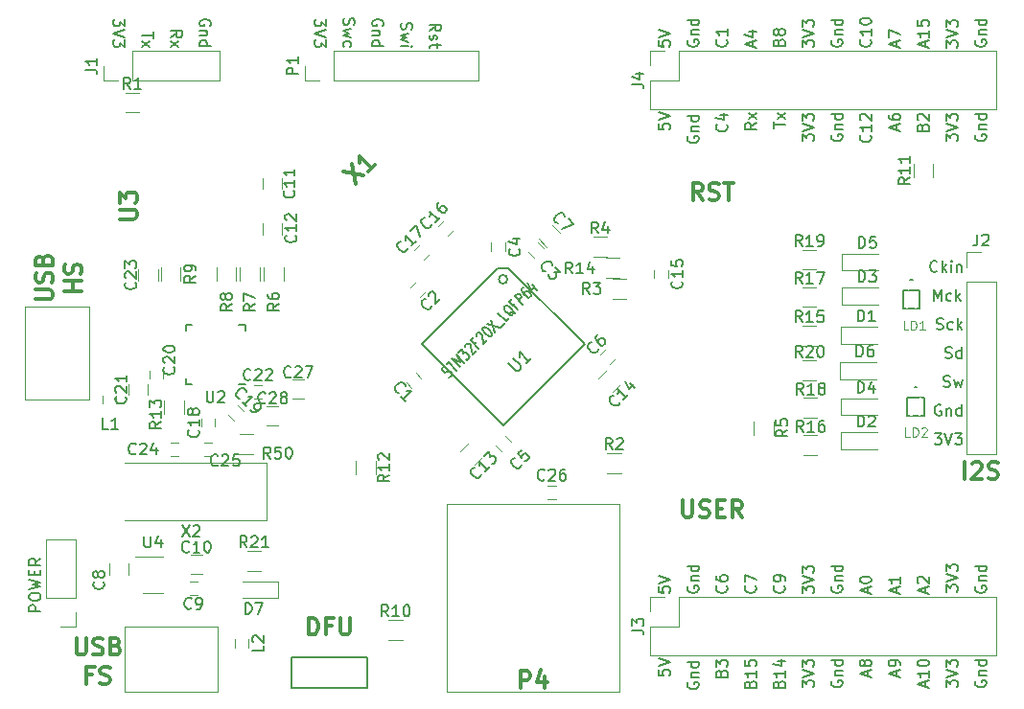
<source format=gto>
G04 #@! TF.GenerationSoftware,KiCad,Pcbnew,(2017-08-04 revision 7bf9f8e1c)-master*
G04 #@! TF.CreationDate,2018-06-13T20:52:22+02:00*
G04 #@! TF.ProjectId,pcb-f2-a,7063622D66322D612E6B696361645F70,rev?*
G04 #@! TF.SameCoordinates,Original*
G04 #@! TF.FileFunction,Legend,Top*
G04 #@! TF.FilePolarity,Positive*
%FSLAX46Y46*%
G04 Gerber Fmt 4.6, Leading zero omitted, Abs format (unit mm)*
G04 Created by KiCad (PCBNEW (2017-08-04 revision 7bf9f8e1c)-master) date Wed Jun 13 20:52:22 2018*
%MOMM*%
%LPD*%
G01*
G04 APERTURE LIST*
%ADD10C,0.300000*%
%ADD11C,0.160000*%
%ADD12C,0.150000*%
%ADD13C,0.120000*%
%ADD14C,0.050800*%
%ADD15C,0.099060*%
%ADD16C,0.203200*%
%ADD17C,0.304800*%
%ADD18C,0.127000*%
%ADD19C,0.152400*%
G04 APERTURE END LIST*
D10*
X109214171Y-112996171D02*
X109214171Y-114210457D01*
X109285600Y-114353314D01*
X109357028Y-114424742D01*
X109499885Y-114496171D01*
X109785600Y-114496171D01*
X109928457Y-114424742D01*
X109999885Y-114353314D01*
X110071314Y-114210457D01*
X110071314Y-112996171D01*
X110714171Y-114424742D02*
X110928457Y-114496171D01*
X111285600Y-114496171D01*
X111428457Y-114424742D01*
X111499885Y-114353314D01*
X111571314Y-114210457D01*
X111571314Y-114067600D01*
X111499885Y-113924742D01*
X111428457Y-113853314D01*
X111285600Y-113781885D01*
X110999885Y-113710457D01*
X110857028Y-113639028D01*
X110785600Y-113567600D01*
X110714171Y-113424742D01*
X110714171Y-113281885D01*
X110785600Y-113139028D01*
X110857028Y-113067600D01*
X110999885Y-112996171D01*
X111357028Y-112996171D01*
X111571314Y-113067600D01*
X112214171Y-113710457D02*
X112714171Y-113710457D01*
X112928457Y-114496171D02*
X112214171Y-114496171D01*
X112214171Y-112996171D01*
X112928457Y-112996171D01*
X114428457Y-114496171D02*
X113928457Y-113781885D01*
X113571314Y-114496171D02*
X113571314Y-112996171D01*
X114142742Y-112996171D01*
X114285600Y-113067600D01*
X114357028Y-113139028D01*
X114428457Y-113281885D01*
X114428457Y-113496171D01*
X114357028Y-113639028D01*
X114285600Y-113710457D01*
X114142742Y-113781885D01*
X113571314Y-113781885D01*
X110964171Y-86454571D02*
X110464171Y-85740285D01*
X110107028Y-86454571D02*
X110107028Y-84954571D01*
X110678457Y-84954571D01*
X110821314Y-85026000D01*
X110892742Y-85097428D01*
X110964171Y-85240285D01*
X110964171Y-85454571D01*
X110892742Y-85597428D01*
X110821314Y-85668857D01*
X110678457Y-85740285D01*
X110107028Y-85740285D01*
X111535600Y-86383142D02*
X111749885Y-86454571D01*
X112107028Y-86454571D01*
X112249885Y-86383142D01*
X112321314Y-86311714D01*
X112392742Y-86168857D01*
X112392742Y-86026000D01*
X112321314Y-85883142D01*
X112249885Y-85811714D01*
X112107028Y-85740285D01*
X111821314Y-85668857D01*
X111678457Y-85597428D01*
X111607028Y-85526000D01*
X111535600Y-85383142D01*
X111535600Y-85240285D01*
X111607028Y-85097428D01*
X111678457Y-85026000D01*
X111821314Y-84954571D01*
X112178457Y-84954571D01*
X112392742Y-85026000D01*
X112821314Y-84954571D02*
X113678457Y-84954571D01*
X113249885Y-86454571D02*
X113249885Y-84954571D01*
X134131428Y-111092571D02*
X134131428Y-109592571D01*
X134774285Y-109735428D02*
X134845714Y-109664000D01*
X134988571Y-109592571D01*
X135345714Y-109592571D01*
X135488571Y-109664000D01*
X135560000Y-109735428D01*
X135631428Y-109878285D01*
X135631428Y-110021142D01*
X135560000Y-110235428D01*
X134702857Y-111092571D01*
X135631428Y-111092571D01*
X136202857Y-111021142D02*
X136417142Y-111092571D01*
X136774285Y-111092571D01*
X136917142Y-111021142D01*
X136988571Y-110949714D01*
X137060000Y-110806857D01*
X137060000Y-110664000D01*
X136988571Y-110521142D01*
X136917142Y-110449714D01*
X136774285Y-110378285D01*
X136488571Y-110306857D01*
X136345714Y-110235428D01*
X136274285Y-110164000D01*
X136202857Y-110021142D01*
X136202857Y-109878285D01*
X136274285Y-109735428D01*
X136345714Y-109664000D01*
X136488571Y-109592571D01*
X136845714Y-109592571D01*
X137060000Y-109664000D01*
D11*
X132011380Y-104580000D02*
X131916142Y-104532380D01*
X131773285Y-104532380D01*
X131630428Y-104580000D01*
X131535190Y-104675238D01*
X131487571Y-104770476D01*
X131439952Y-104960952D01*
X131439952Y-105103809D01*
X131487571Y-105294285D01*
X131535190Y-105389523D01*
X131630428Y-105484761D01*
X131773285Y-105532380D01*
X131868523Y-105532380D01*
X132011380Y-105484761D01*
X132059000Y-105437142D01*
X132059000Y-105103809D01*
X131868523Y-105103809D01*
X132487571Y-104865714D02*
X132487571Y-105532380D01*
X132487571Y-104960952D02*
X132535190Y-104913333D01*
X132630428Y-104865714D01*
X132773285Y-104865714D01*
X132868523Y-104913333D01*
X132916142Y-105008571D01*
X132916142Y-105532380D01*
X133820904Y-105532380D02*
X133820904Y-104532380D01*
X133820904Y-105484761D02*
X133725666Y-105532380D01*
X133535190Y-105532380D01*
X133439952Y-105484761D01*
X133392333Y-105437142D01*
X133344714Y-105341904D01*
X133344714Y-105056190D01*
X133392333Y-104960952D01*
X133439952Y-104913333D01*
X133535190Y-104865714D01*
X133725666Y-104865714D01*
X133820904Y-104913333D01*
X132392333Y-100404760D02*
X132535190Y-100452379D01*
X132773285Y-100452379D01*
X132868523Y-100404760D01*
X132916142Y-100357141D01*
X132963761Y-100261903D01*
X132963761Y-100166665D01*
X132916142Y-100071427D01*
X132868523Y-100023808D01*
X132773285Y-99976189D01*
X132582809Y-99928570D01*
X132487571Y-99880951D01*
X132439952Y-99833332D01*
X132392333Y-99738094D01*
X132392333Y-99642856D01*
X132439952Y-99547618D01*
X132487571Y-99499999D01*
X132582809Y-99452379D01*
X132820904Y-99452379D01*
X132963761Y-99499999D01*
X133820904Y-100452379D02*
X133820904Y-99452379D01*
X133820904Y-100404760D02*
X133725666Y-100452379D01*
X133535190Y-100452379D01*
X133439952Y-100404760D01*
X133392333Y-100357141D01*
X133344714Y-100261903D01*
X133344714Y-99976189D01*
X133392333Y-99880951D01*
X133439952Y-99833332D01*
X133535190Y-99785713D01*
X133725666Y-99785713D01*
X133820904Y-99833332D01*
X131678047Y-92737142D02*
X131630428Y-92784761D01*
X131487571Y-92832380D01*
X131392333Y-92832380D01*
X131249476Y-92784761D01*
X131154238Y-92689523D01*
X131106619Y-92594285D01*
X131059000Y-92403809D01*
X131059000Y-92260952D01*
X131106619Y-92070476D01*
X131154238Y-91975238D01*
X131249476Y-91880000D01*
X131392333Y-91832380D01*
X131487571Y-91832380D01*
X131630428Y-91880000D01*
X131678047Y-91927619D01*
X132106619Y-92832380D02*
X132106619Y-91832380D01*
X132201857Y-92451428D02*
X132487571Y-92832380D01*
X132487571Y-92165714D02*
X132106619Y-92546666D01*
X132916142Y-92832380D02*
X132916142Y-92165714D01*
X132916142Y-91832380D02*
X132868523Y-91880000D01*
X132916142Y-91927619D01*
X132963761Y-91880000D01*
X132916142Y-91832380D01*
X132916142Y-91927619D01*
X133392333Y-92165714D02*
X133392333Y-92832380D01*
X133392333Y-92260952D02*
X133439952Y-92213333D01*
X133535190Y-92165714D01*
X133678047Y-92165714D01*
X133773285Y-92213333D01*
X133820904Y-92308571D01*
X133820904Y-92832380D01*
X131630428Y-97864761D02*
X131773285Y-97912380D01*
X132011380Y-97912380D01*
X132106619Y-97864761D01*
X132154238Y-97817142D01*
X132201857Y-97721904D01*
X132201857Y-97626666D01*
X132154238Y-97531428D01*
X132106619Y-97483809D01*
X132011380Y-97436190D01*
X131820904Y-97388571D01*
X131725666Y-97340952D01*
X131678047Y-97293333D01*
X131630428Y-97198095D01*
X131630428Y-97102857D01*
X131678047Y-97007619D01*
X131725666Y-96960000D01*
X131820904Y-96912380D01*
X132059000Y-96912380D01*
X132201857Y-96960000D01*
X133059000Y-97864761D02*
X132963761Y-97912380D01*
X132773285Y-97912380D01*
X132678047Y-97864761D01*
X132630428Y-97817142D01*
X132582809Y-97721904D01*
X132582809Y-97436190D01*
X132630428Y-97340952D01*
X132678047Y-97293333D01*
X132773285Y-97245714D01*
X132963761Y-97245714D01*
X133059000Y-97293333D01*
X133487571Y-97912380D02*
X133487571Y-96912380D01*
X133582809Y-97531428D02*
X133868523Y-97912380D01*
X133868523Y-97245714D02*
X133487571Y-97626666D01*
X131439952Y-107072380D02*
X132059000Y-107072380D01*
X131725666Y-107453333D01*
X131868523Y-107453333D01*
X131963761Y-107500952D01*
X132011380Y-107548571D01*
X132059000Y-107643809D01*
X132059000Y-107881904D01*
X132011380Y-107977142D01*
X131963761Y-108024761D01*
X131868523Y-108072380D01*
X131582809Y-108072380D01*
X131487571Y-108024761D01*
X131439952Y-107977142D01*
X132344714Y-107072380D02*
X132678047Y-108072380D01*
X133011380Y-107072380D01*
X133249476Y-107072380D02*
X133868523Y-107072380D01*
X133535190Y-107453333D01*
X133678047Y-107453333D01*
X133773285Y-107500952D01*
X133820904Y-107548571D01*
X133868523Y-107643809D01*
X133868523Y-107881904D01*
X133820904Y-107977142D01*
X133773285Y-108024761D01*
X133678047Y-108072380D01*
X133392333Y-108072380D01*
X133297095Y-108024761D01*
X133249476Y-107977142D01*
X132249476Y-102944761D02*
X132392333Y-102992380D01*
X132630428Y-102992380D01*
X132725666Y-102944761D01*
X132773285Y-102897142D01*
X132820904Y-102801904D01*
X132820904Y-102706666D01*
X132773285Y-102611428D01*
X132725666Y-102563809D01*
X132630428Y-102516190D01*
X132439952Y-102468571D01*
X132344714Y-102420952D01*
X132297095Y-102373333D01*
X132249476Y-102278095D01*
X132249476Y-102182857D01*
X132297095Y-102087619D01*
X132344714Y-102040000D01*
X132439952Y-101992380D01*
X132678047Y-101992380D01*
X132820904Y-102040000D01*
X133154238Y-102325714D02*
X133344714Y-102992380D01*
X133535190Y-102516190D01*
X133725666Y-102992380D01*
X133916142Y-102325714D01*
X131360571Y-95372379D02*
X131360571Y-94372379D01*
X131693904Y-95086665D01*
X132027238Y-94372379D01*
X132027238Y-95372379D01*
X132932000Y-95324760D02*
X132836761Y-95372379D01*
X132646285Y-95372379D01*
X132551047Y-95324760D01*
X132503428Y-95277141D01*
X132455809Y-95181903D01*
X132455809Y-94896189D01*
X132503428Y-94800951D01*
X132551047Y-94753332D01*
X132646285Y-94705713D01*
X132836761Y-94705713D01*
X132932000Y-94753332D01*
X133360571Y-95372379D02*
X133360571Y-94372379D01*
X133455809Y-94991427D02*
X133741523Y-95372379D01*
X133741523Y-94705713D02*
X133360571Y-95086665D01*
X132472380Y-121089142D02*
X132472380Y-120470095D01*
X132853333Y-120803428D01*
X132853333Y-120660571D01*
X132900952Y-120565333D01*
X132948571Y-120517714D01*
X133043809Y-120470095D01*
X133281904Y-120470095D01*
X133377142Y-120517714D01*
X133424761Y-120565333D01*
X133472380Y-120660571D01*
X133472380Y-120946285D01*
X133424761Y-121041523D01*
X133377142Y-121089142D01*
X132472380Y-120184380D02*
X133472380Y-119851047D01*
X132472380Y-119517714D01*
X132472380Y-119279619D02*
X132472380Y-118660571D01*
X132853333Y-118993904D01*
X132853333Y-118851047D01*
X132900952Y-118755809D01*
X132948571Y-118708190D01*
X133043809Y-118660571D01*
X133281904Y-118660571D01*
X133377142Y-118708190D01*
X133424761Y-118755809D01*
X133472380Y-118851047D01*
X133472380Y-119136761D01*
X133424761Y-119232000D01*
X133377142Y-119279619D01*
D10*
X55657142Y-125153571D02*
X55657142Y-126367857D01*
X55728571Y-126510714D01*
X55800000Y-126582142D01*
X55942857Y-126653571D01*
X56228571Y-126653571D01*
X56371428Y-126582142D01*
X56442857Y-126510714D01*
X56514285Y-126367857D01*
X56514285Y-125153571D01*
X57157142Y-126582142D02*
X57371428Y-126653571D01*
X57728571Y-126653571D01*
X57871428Y-126582142D01*
X57942857Y-126510714D01*
X58014285Y-126367857D01*
X58014285Y-126225000D01*
X57942857Y-126082142D01*
X57871428Y-126010714D01*
X57728571Y-125939285D01*
X57442857Y-125867857D01*
X57300000Y-125796428D01*
X57228571Y-125725000D01*
X57157142Y-125582142D01*
X57157142Y-125439285D01*
X57228571Y-125296428D01*
X57300000Y-125225000D01*
X57442857Y-125153571D01*
X57800000Y-125153571D01*
X58014285Y-125225000D01*
X59157142Y-125867857D02*
X59371428Y-125939285D01*
X59442857Y-126010714D01*
X59514285Y-126153571D01*
X59514285Y-126367857D01*
X59442857Y-126510714D01*
X59371428Y-126582142D01*
X59228571Y-126653571D01*
X58657142Y-126653571D01*
X58657142Y-125153571D01*
X59157142Y-125153571D01*
X59300000Y-125225000D01*
X59371428Y-125296428D01*
X59442857Y-125439285D01*
X59442857Y-125582142D01*
X59371428Y-125725000D01*
X59300000Y-125796428D01*
X59157142Y-125867857D01*
X58657142Y-125867857D01*
X57050000Y-128417857D02*
X56550000Y-128417857D01*
X56550000Y-129203571D02*
X56550000Y-127703571D01*
X57264285Y-127703571D01*
X57764285Y-129132142D02*
X57978571Y-129203571D01*
X58335714Y-129203571D01*
X58478571Y-129132142D01*
X58550000Y-129060714D01*
X58621428Y-128917857D01*
X58621428Y-128775000D01*
X58550000Y-128632142D01*
X58478571Y-128560714D01*
X58335714Y-128489285D01*
X58050000Y-128417857D01*
X57907142Y-128346428D01*
X57835714Y-128275000D01*
X57764285Y-128132142D01*
X57764285Y-127989285D01*
X57835714Y-127846428D01*
X57907142Y-127775000D01*
X58050000Y-127703571D01*
X58407142Y-127703571D01*
X58621428Y-127775000D01*
X52053571Y-95242857D02*
X53267857Y-95242857D01*
X53410714Y-95171428D01*
X53482142Y-95100000D01*
X53553571Y-94957142D01*
X53553571Y-94671428D01*
X53482142Y-94528571D01*
X53410714Y-94457142D01*
X53267857Y-94385714D01*
X52053571Y-94385714D01*
X53482142Y-93742857D02*
X53553571Y-93528571D01*
X53553571Y-93171428D01*
X53482142Y-93028571D01*
X53410714Y-92957142D01*
X53267857Y-92885714D01*
X53125000Y-92885714D01*
X52982142Y-92957142D01*
X52910714Y-93028571D01*
X52839285Y-93171428D01*
X52767857Y-93457142D01*
X52696428Y-93600000D01*
X52625000Y-93671428D01*
X52482142Y-93742857D01*
X52339285Y-93742857D01*
X52196428Y-93671428D01*
X52125000Y-93600000D01*
X52053571Y-93457142D01*
X52053571Y-93100000D01*
X52125000Y-92885714D01*
X52767857Y-91742857D02*
X52839285Y-91528571D01*
X52910714Y-91457142D01*
X53053571Y-91385714D01*
X53267857Y-91385714D01*
X53410714Y-91457142D01*
X53482142Y-91528571D01*
X53553571Y-91671428D01*
X53553571Y-92242857D01*
X52053571Y-92242857D01*
X52053571Y-91742857D01*
X52125000Y-91600000D01*
X52196428Y-91528571D01*
X52339285Y-91457142D01*
X52482142Y-91457142D01*
X52625000Y-91528571D01*
X52696428Y-91600000D01*
X52767857Y-91742857D01*
X52767857Y-92242857D01*
X56103571Y-94492857D02*
X54603571Y-94492857D01*
X55317857Y-94492857D02*
X55317857Y-93635714D01*
X56103571Y-93635714D02*
X54603571Y-93635714D01*
X56032142Y-92992857D02*
X56103571Y-92778571D01*
X56103571Y-92421428D01*
X56032142Y-92278571D01*
X55960714Y-92207142D01*
X55817857Y-92135714D01*
X55675000Y-92135714D01*
X55532142Y-92207142D01*
X55460714Y-92278571D01*
X55389285Y-92421428D01*
X55317857Y-92707142D01*
X55246428Y-92850000D01*
X55175000Y-92921428D01*
X55032142Y-92992857D01*
X54889285Y-92992857D01*
X54746428Y-92921428D01*
X54675000Y-92850000D01*
X54603571Y-92707142D01*
X54603571Y-92350000D01*
X54675000Y-92135714D01*
D11*
X59907619Y-70479952D02*
X59907619Y-71099000D01*
X59526666Y-70765666D01*
X59526666Y-70908523D01*
X59479047Y-71003761D01*
X59431428Y-71051380D01*
X59336190Y-71099000D01*
X59098095Y-71099000D01*
X59002857Y-71051380D01*
X58955238Y-71003761D01*
X58907619Y-70908523D01*
X58907619Y-70622809D01*
X58955238Y-70527571D01*
X59002857Y-70479952D01*
X59907619Y-71384714D02*
X58907619Y-71718047D01*
X59907619Y-72051380D01*
X59907619Y-72289476D02*
X59907619Y-72908523D01*
X59526666Y-72575190D01*
X59526666Y-72718047D01*
X59479047Y-72813285D01*
X59431428Y-72860904D01*
X59336190Y-72908523D01*
X59098095Y-72908523D01*
X59002857Y-72860904D01*
X58955238Y-72813285D01*
X58907619Y-72718047D01*
X58907619Y-72432333D01*
X58955238Y-72337095D01*
X59002857Y-72289476D01*
X62447619Y-71622809D02*
X62447619Y-72194238D01*
X61447619Y-71908523D02*
X62447619Y-71908523D01*
X61447619Y-72432333D02*
X62114285Y-72956142D01*
X62114285Y-72432333D02*
X61447619Y-72956142D01*
X63987619Y-72099000D02*
X64463809Y-71765666D01*
X63987619Y-71527571D02*
X64987619Y-71527571D01*
X64987619Y-71908523D01*
X64940000Y-72003761D01*
X64892380Y-72051380D01*
X64797142Y-72099000D01*
X64654285Y-72099000D01*
X64559047Y-72051380D01*
X64511428Y-72003761D01*
X64463809Y-71908523D01*
X64463809Y-71527571D01*
X63987619Y-72432333D02*
X64654285Y-72956142D01*
X64654285Y-72432333D02*
X63987619Y-72956142D01*
X67480000Y-71051380D02*
X67527619Y-70956142D01*
X67527619Y-70813285D01*
X67480000Y-70670428D01*
X67384761Y-70575190D01*
X67289523Y-70527571D01*
X67099047Y-70479952D01*
X66956190Y-70479952D01*
X66765714Y-70527571D01*
X66670476Y-70575190D01*
X66575238Y-70670428D01*
X66527619Y-70813285D01*
X66527619Y-70908523D01*
X66575238Y-71051380D01*
X66622857Y-71099000D01*
X66956190Y-71099000D01*
X66956190Y-70908523D01*
X67194285Y-71527571D02*
X66527619Y-71527571D01*
X67099047Y-71527571D02*
X67146666Y-71575190D01*
X67194285Y-71670428D01*
X67194285Y-71813285D01*
X67146666Y-71908523D01*
X67051428Y-71956142D01*
X66527619Y-71956142D01*
X66527619Y-72860904D02*
X67527619Y-72860904D01*
X66575238Y-72860904D02*
X66527619Y-72765666D01*
X66527619Y-72575190D01*
X66575238Y-72479952D01*
X66622857Y-72432333D01*
X66718095Y-72384714D01*
X67003809Y-72384714D01*
X67099047Y-72432333D01*
X67146666Y-72479952D01*
X67194285Y-72575190D01*
X67194285Y-72765666D01*
X67146666Y-72860904D01*
X79275238Y-70432333D02*
X79227619Y-70575190D01*
X79227619Y-70813285D01*
X79275238Y-70908523D01*
X79322857Y-70956142D01*
X79418095Y-71003761D01*
X79513333Y-71003761D01*
X79608571Y-70956142D01*
X79656190Y-70908523D01*
X79703809Y-70813285D01*
X79751428Y-70622809D01*
X79799047Y-70527571D01*
X79846666Y-70479952D01*
X79941904Y-70432333D01*
X80037142Y-70432333D01*
X80132380Y-70479952D01*
X80180000Y-70527571D01*
X80227619Y-70622809D01*
X80227619Y-70860904D01*
X80180000Y-71003761D01*
X79894285Y-71337095D02*
X79227619Y-71527571D01*
X79703809Y-71718047D01*
X79227619Y-71908523D01*
X79894285Y-72099000D01*
X79275238Y-72908523D02*
X79227619Y-72813285D01*
X79227619Y-72622809D01*
X79275238Y-72527571D01*
X79322857Y-72479952D01*
X79418095Y-72432333D01*
X79703809Y-72432333D01*
X79799047Y-72479952D01*
X79846666Y-72527571D01*
X79894285Y-72622809D01*
X79894285Y-72813285D01*
X79846666Y-72908523D01*
X77687619Y-70479952D02*
X77687619Y-71099000D01*
X77306666Y-70765666D01*
X77306666Y-70908523D01*
X77259047Y-71003761D01*
X77211428Y-71051380D01*
X77116190Y-71099000D01*
X76878095Y-71099000D01*
X76782857Y-71051380D01*
X76735238Y-71003761D01*
X76687619Y-70908523D01*
X76687619Y-70622809D01*
X76735238Y-70527571D01*
X76782857Y-70479952D01*
X77687619Y-71384714D02*
X76687619Y-71718047D01*
X77687619Y-72051380D01*
X77687619Y-72289476D02*
X77687619Y-72908523D01*
X77306666Y-72575190D01*
X77306666Y-72718047D01*
X77259047Y-72813285D01*
X77211428Y-72860904D01*
X77116190Y-72908523D01*
X76878095Y-72908523D01*
X76782857Y-72860904D01*
X76735238Y-72813285D01*
X76687619Y-72718047D01*
X76687619Y-72432333D01*
X76735238Y-72337095D01*
X76782857Y-72289476D01*
X82720000Y-71051380D02*
X82767619Y-70956142D01*
X82767619Y-70813285D01*
X82720000Y-70670428D01*
X82624761Y-70575190D01*
X82529523Y-70527571D01*
X82339047Y-70479952D01*
X82196190Y-70479952D01*
X82005714Y-70527571D01*
X81910476Y-70575190D01*
X81815238Y-70670428D01*
X81767619Y-70813285D01*
X81767619Y-70908523D01*
X81815238Y-71051380D01*
X81862857Y-71099000D01*
X82196190Y-71099000D01*
X82196190Y-70908523D01*
X82434285Y-71527571D02*
X81767619Y-71527571D01*
X82339047Y-71527571D02*
X82386666Y-71575190D01*
X82434285Y-71670428D01*
X82434285Y-71813285D01*
X82386666Y-71908523D01*
X82291428Y-71956142D01*
X81767619Y-71956142D01*
X81767619Y-72860904D02*
X82767619Y-72860904D01*
X81815238Y-72860904D02*
X81767619Y-72765666D01*
X81767619Y-72575190D01*
X81815238Y-72479952D01*
X81862857Y-72432333D01*
X81958095Y-72384714D01*
X82243809Y-72384714D01*
X82339047Y-72432333D01*
X82386666Y-72479952D01*
X82434285Y-72575190D01*
X82434285Y-72765666D01*
X82386666Y-72860904D01*
X86847619Y-71527571D02*
X87323809Y-71194238D01*
X86847619Y-70956142D02*
X87847619Y-70956142D01*
X87847619Y-71337095D01*
X87800000Y-71432333D01*
X87752380Y-71479952D01*
X87657142Y-71527571D01*
X87514285Y-71527571D01*
X87419047Y-71479952D01*
X87371428Y-71432333D01*
X87323809Y-71337095D01*
X87323809Y-70956142D01*
X86895238Y-71908523D02*
X86847619Y-72003761D01*
X86847619Y-72194238D01*
X86895238Y-72289476D01*
X86990476Y-72337095D01*
X87038095Y-72337095D01*
X87133333Y-72289476D01*
X87180952Y-72194238D01*
X87180952Y-72051380D01*
X87228571Y-71956142D01*
X87323809Y-71908523D01*
X87371428Y-71908523D01*
X87466666Y-71956142D01*
X87514285Y-72051380D01*
X87514285Y-72194238D01*
X87466666Y-72289476D01*
X87514285Y-72622809D02*
X87514285Y-73003761D01*
X87847619Y-72765666D02*
X86990476Y-72765666D01*
X86895238Y-72813285D01*
X86847619Y-72908523D01*
X86847619Y-73003761D01*
X84355238Y-70813285D02*
X84307619Y-70956142D01*
X84307619Y-71194238D01*
X84355238Y-71289476D01*
X84402857Y-71337095D01*
X84498095Y-71384714D01*
X84593333Y-71384714D01*
X84688571Y-71337095D01*
X84736190Y-71289476D01*
X84783809Y-71194238D01*
X84831428Y-71003761D01*
X84879047Y-70908523D01*
X84926666Y-70860904D01*
X85021904Y-70813285D01*
X85117142Y-70813285D01*
X85212380Y-70860904D01*
X85260000Y-70908523D01*
X85307619Y-71003761D01*
X85307619Y-71241857D01*
X85260000Y-71384714D01*
X84974285Y-71718047D02*
X84307619Y-71908523D01*
X84783809Y-72099000D01*
X84307619Y-72289476D01*
X84974285Y-72479952D01*
X84307619Y-72860904D02*
X84974285Y-72860904D01*
X85307619Y-72860904D02*
X85260000Y-72813285D01*
X85212380Y-72860904D01*
X85260000Y-72908523D01*
X85307619Y-72860904D01*
X85212380Y-72860904D01*
X122360000Y-72337095D02*
X122312380Y-72432333D01*
X122312380Y-72575190D01*
X122360000Y-72718047D01*
X122455238Y-72813285D01*
X122550476Y-72860904D01*
X122740952Y-72908523D01*
X122883809Y-72908523D01*
X123074285Y-72860904D01*
X123169523Y-72813285D01*
X123264761Y-72718047D01*
X123312380Y-72575190D01*
X123312380Y-72479952D01*
X123264761Y-72337095D01*
X123217142Y-72289476D01*
X122883809Y-72289476D01*
X122883809Y-72479952D01*
X122645714Y-71860904D02*
X123312380Y-71860904D01*
X122740952Y-71860904D02*
X122693333Y-71813285D01*
X122645714Y-71718047D01*
X122645714Y-71575190D01*
X122693333Y-71479952D01*
X122788571Y-71432333D01*
X123312380Y-71432333D01*
X123312380Y-70527571D02*
X122312380Y-70527571D01*
X123264761Y-70527571D02*
X123312380Y-70622809D01*
X123312380Y-70813285D01*
X123264761Y-70908523D01*
X123217142Y-70956142D01*
X123121904Y-71003761D01*
X122836190Y-71003761D01*
X122740952Y-70956142D01*
X122693333Y-70908523D01*
X122645714Y-70813285D01*
X122645714Y-70622809D01*
X122693333Y-70527571D01*
X122360000Y-80688619D02*
X122312380Y-80783857D01*
X122312380Y-80926714D01*
X122360000Y-81069571D01*
X122455238Y-81164809D01*
X122550476Y-81212428D01*
X122740952Y-81260047D01*
X122883809Y-81260047D01*
X123074285Y-81212428D01*
X123169523Y-81164809D01*
X123264761Y-81069571D01*
X123312380Y-80926714D01*
X123312380Y-80831476D01*
X123264761Y-80688619D01*
X123217142Y-80641000D01*
X122883809Y-80641000D01*
X122883809Y-80831476D01*
X122645714Y-80212428D02*
X123312380Y-80212428D01*
X122740952Y-80212428D02*
X122693333Y-80164809D01*
X122645714Y-80069571D01*
X122645714Y-79926714D01*
X122693333Y-79831476D01*
X122788571Y-79783857D01*
X123312380Y-79783857D01*
X123312380Y-78879095D02*
X122312380Y-78879095D01*
X123264761Y-78879095D02*
X123312380Y-78974333D01*
X123312380Y-79164809D01*
X123264761Y-79260047D01*
X123217142Y-79307666D01*
X123121904Y-79355285D01*
X122836190Y-79355285D01*
X122740952Y-79307666D01*
X122693333Y-79260047D01*
X122645714Y-79164809D01*
X122645714Y-78974333D01*
X122693333Y-78879095D01*
X115406666Y-72908523D02*
X115406666Y-72432333D01*
X115692380Y-73003761D02*
X114692380Y-72670428D01*
X115692380Y-72337095D01*
X115025714Y-71575190D02*
X115692380Y-71575190D01*
X114644761Y-71813285D02*
X115359047Y-72051380D01*
X115359047Y-71432333D01*
X115692380Y-79641000D02*
X115216190Y-79974333D01*
X115692380Y-80212428D02*
X114692380Y-80212428D01*
X114692380Y-79831476D01*
X114740000Y-79736238D01*
X114787619Y-79688619D01*
X114882857Y-79641000D01*
X115025714Y-79641000D01*
X115120952Y-79688619D01*
X115168571Y-79736238D01*
X115216190Y-79831476D01*
X115216190Y-80212428D01*
X115692380Y-79307666D02*
X115025714Y-78783857D01*
X115025714Y-79307666D02*
X115692380Y-78783857D01*
X128106666Y-72908523D02*
X128106666Y-72432333D01*
X128392380Y-73003761D02*
X127392380Y-72670428D01*
X128392380Y-72337095D01*
X127392380Y-72099000D02*
X127392380Y-71432333D01*
X128392380Y-71860904D01*
X113057142Y-79783857D02*
X113104761Y-79831476D01*
X113152380Y-79974333D01*
X113152380Y-80069571D01*
X113104761Y-80212428D01*
X113009523Y-80307666D01*
X112914285Y-80355285D01*
X112723809Y-80402904D01*
X112580952Y-80402904D01*
X112390476Y-80355285D01*
X112295238Y-80307666D01*
X112200000Y-80212428D01*
X112152380Y-80069571D01*
X112152380Y-79974333D01*
X112200000Y-79831476D01*
X112247619Y-79783857D01*
X112485714Y-78926714D02*
X113152380Y-78926714D01*
X112104761Y-79164809D02*
X112819047Y-79402904D01*
X112819047Y-78783857D01*
X135060000Y-72337095D02*
X135012380Y-72432333D01*
X135012380Y-72575190D01*
X135060000Y-72718047D01*
X135155238Y-72813285D01*
X135250476Y-72860904D01*
X135440952Y-72908523D01*
X135583809Y-72908523D01*
X135774285Y-72860904D01*
X135869523Y-72813285D01*
X135964761Y-72718047D01*
X136012380Y-72575190D01*
X136012380Y-72479952D01*
X135964761Y-72337095D01*
X135917142Y-72289476D01*
X135583809Y-72289476D01*
X135583809Y-72479952D01*
X135345714Y-71860904D02*
X136012380Y-71860904D01*
X135440952Y-71860904D02*
X135393333Y-71813285D01*
X135345714Y-71718047D01*
X135345714Y-71575190D01*
X135393333Y-71479952D01*
X135488571Y-71432333D01*
X136012380Y-71432333D01*
X136012380Y-70527571D02*
X135012380Y-70527571D01*
X135964761Y-70527571D02*
X136012380Y-70622809D01*
X136012380Y-70813285D01*
X135964761Y-70908523D01*
X135917142Y-70956142D01*
X135821904Y-71003761D01*
X135536190Y-71003761D01*
X135440952Y-70956142D01*
X135393333Y-70908523D01*
X135345714Y-70813285D01*
X135345714Y-70622809D01*
X135393333Y-70527571D01*
X132472380Y-73005047D02*
X132472380Y-72386000D01*
X132853333Y-72719333D01*
X132853333Y-72576476D01*
X132900952Y-72481238D01*
X132948571Y-72433619D01*
X133043809Y-72386000D01*
X133281904Y-72386000D01*
X133377142Y-72433619D01*
X133424761Y-72481238D01*
X133472380Y-72576476D01*
X133472380Y-72862190D01*
X133424761Y-72957428D01*
X133377142Y-73005047D01*
X132472380Y-72100285D02*
X133472380Y-71766952D01*
X132472380Y-71433619D01*
X132472380Y-71195523D02*
X132472380Y-70576476D01*
X132853333Y-70909809D01*
X132853333Y-70766952D01*
X132900952Y-70671714D01*
X132948571Y-70624095D01*
X133043809Y-70576476D01*
X133281904Y-70576476D01*
X133377142Y-70624095D01*
X133424761Y-70671714D01*
X133472380Y-70766952D01*
X133472380Y-71052666D01*
X133424761Y-71147904D01*
X133377142Y-71195523D01*
X130646666Y-72908523D02*
X130646666Y-72432333D01*
X130932380Y-73003761D02*
X129932380Y-72670428D01*
X130932380Y-72337095D01*
X130932380Y-71479952D02*
X130932380Y-72051380D01*
X130932380Y-71765666D02*
X129932380Y-71765666D01*
X130075238Y-71860904D01*
X130170476Y-71956142D01*
X130218095Y-72051380D01*
X129932380Y-70575190D02*
X129932380Y-71051380D01*
X130408571Y-71099000D01*
X130360952Y-71051380D01*
X130313333Y-70956142D01*
X130313333Y-70718047D01*
X130360952Y-70622809D01*
X130408571Y-70575190D01*
X130503809Y-70527571D01*
X130741904Y-70527571D01*
X130837142Y-70575190D01*
X130884761Y-70622809D01*
X130932380Y-70718047D01*
X130932380Y-70956142D01*
X130884761Y-71051380D01*
X130837142Y-71099000D01*
X119772380Y-81260047D02*
X119772380Y-80641000D01*
X120153333Y-80974333D01*
X120153333Y-80831476D01*
X120200952Y-80736238D01*
X120248571Y-80688619D01*
X120343809Y-80641000D01*
X120581904Y-80641000D01*
X120677142Y-80688619D01*
X120724761Y-80736238D01*
X120772380Y-80831476D01*
X120772380Y-81117190D01*
X120724761Y-81212428D01*
X120677142Y-81260047D01*
X119772380Y-80355285D02*
X120772380Y-80021952D01*
X119772380Y-79688619D01*
X119772380Y-79450523D02*
X119772380Y-78831476D01*
X120153333Y-79164809D01*
X120153333Y-79021952D01*
X120200952Y-78926714D01*
X120248571Y-78879095D01*
X120343809Y-78831476D01*
X120581904Y-78831476D01*
X120677142Y-78879095D01*
X120724761Y-78926714D01*
X120772380Y-79021952D01*
X120772380Y-79307666D01*
X120724761Y-79402904D01*
X120677142Y-79450523D01*
X109660000Y-80846095D02*
X109612380Y-80941333D01*
X109612380Y-81084190D01*
X109660000Y-81227047D01*
X109755238Y-81322285D01*
X109850476Y-81369904D01*
X110040952Y-81417523D01*
X110183809Y-81417523D01*
X110374285Y-81369904D01*
X110469523Y-81322285D01*
X110564761Y-81227047D01*
X110612380Y-81084190D01*
X110612380Y-80988952D01*
X110564761Y-80846095D01*
X110517142Y-80798476D01*
X110183809Y-80798476D01*
X110183809Y-80988952D01*
X109945714Y-80369904D02*
X110612380Y-80369904D01*
X110040952Y-80369904D02*
X109993333Y-80322285D01*
X109945714Y-80227047D01*
X109945714Y-80084190D01*
X109993333Y-79988952D01*
X110088571Y-79941333D01*
X110612380Y-79941333D01*
X110612380Y-79036571D02*
X109612380Y-79036571D01*
X110564761Y-79036571D02*
X110612380Y-79131809D01*
X110612380Y-79322285D01*
X110564761Y-79417523D01*
X110517142Y-79465142D01*
X110421904Y-79512761D01*
X110136190Y-79512761D01*
X110040952Y-79465142D01*
X109993333Y-79417523D01*
X109945714Y-79322285D01*
X109945714Y-79131809D01*
X109993333Y-79036571D01*
X130408571Y-80021952D02*
X130456190Y-79879095D01*
X130503809Y-79831476D01*
X130599047Y-79783857D01*
X130741904Y-79783857D01*
X130837142Y-79831476D01*
X130884761Y-79879095D01*
X130932380Y-79974333D01*
X130932380Y-80355285D01*
X129932380Y-80355285D01*
X129932380Y-80021952D01*
X129980000Y-79926714D01*
X130027619Y-79879095D01*
X130122857Y-79831476D01*
X130218095Y-79831476D01*
X130313333Y-79879095D01*
X130360952Y-79926714D01*
X130408571Y-80021952D01*
X130408571Y-80355285D01*
X130027619Y-79402904D02*
X129980000Y-79355285D01*
X129932380Y-79260047D01*
X129932380Y-79021952D01*
X129980000Y-78926714D01*
X130027619Y-78879095D01*
X130122857Y-78831476D01*
X130218095Y-78831476D01*
X130360952Y-78879095D01*
X130932380Y-79450523D01*
X130932380Y-78831476D01*
X107072380Y-79736238D02*
X107072380Y-80212428D01*
X107548571Y-80260047D01*
X107500952Y-80212428D01*
X107453333Y-80117190D01*
X107453333Y-79879095D01*
X107500952Y-79783857D01*
X107548571Y-79736238D01*
X107643809Y-79688619D01*
X107881904Y-79688619D01*
X107977142Y-79736238D01*
X108024761Y-79783857D01*
X108072380Y-79879095D01*
X108072380Y-80117190D01*
X108024761Y-80212428D01*
X107977142Y-80260047D01*
X107072380Y-79402904D02*
X108072380Y-79069571D01*
X107072380Y-78736238D01*
X113057142Y-72289476D02*
X113104761Y-72337095D01*
X113152380Y-72479952D01*
X113152380Y-72575190D01*
X113104761Y-72718047D01*
X113009523Y-72813285D01*
X112914285Y-72860904D01*
X112723809Y-72908523D01*
X112580952Y-72908523D01*
X112390476Y-72860904D01*
X112295238Y-72813285D01*
X112200000Y-72718047D01*
X112152380Y-72575190D01*
X112152380Y-72479952D01*
X112200000Y-72337095D01*
X112247619Y-72289476D01*
X113152380Y-71337095D02*
X113152380Y-71908523D01*
X113152380Y-71622809D02*
X112152380Y-71622809D01*
X112295238Y-71718047D01*
X112390476Y-71813285D01*
X112438095Y-71908523D01*
X109660000Y-72337095D02*
X109612380Y-72432333D01*
X109612380Y-72575190D01*
X109660000Y-72718047D01*
X109755238Y-72813285D01*
X109850476Y-72860904D01*
X110040952Y-72908523D01*
X110183809Y-72908523D01*
X110374285Y-72860904D01*
X110469523Y-72813285D01*
X110564761Y-72718047D01*
X110612380Y-72575190D01*
X110612380Y-72479952D01*
X110564761Y-72337095D01*
X110517142Y-72289476D01*
X110183809Y-72289476D01*
X110183809Y-72479952D01*
X109945714Y-71860904D02*
X110612380Y-71860904D01*
X110040952Y-71860904D02*
X109993333Y-71813285D01*
X109945714Y-71718047D01*
X109945714Y-71575190D01*
X109993333Y-71479952D01*
X110088571Y-71432333D01*
X110612380Y-71432333D01*
X110612380Y-70527571D02*
X109612380Y-70527571D01*
X110564761Y-70527571D02*
X110612380Y-70622809D01*
X110612380Y-70813285D01*
X110564761Y-70908523D01*
X110517142Y-70956142D01*
X110421904Y-71003761D01*
X110136190Y-71003761D01*
X110040952Y-70956142D01*
X109993333Y-70908523D01*
X109945714Y-70813285D01*
X109945714Y-70622809D01*
X109993333Y-70527571D01*
X132472380Y-81260047D02*
X132472380Y-80641000D01*
X132853333Y-80974333D01*
X132853333Y-80831476D01*
X132900952Y-80736238D01*
X132948571Y-80688619D01*
X133043809Y-80641000D01*
X133281904Y-80641000D01*
X133377142Y-80688619D01*
X133424761Y-80736238D01*
X133472380Y-80831476D01*
X133472380Y-81117190D01*
X133424761Y-81212428D01*
X133377142Y-81260047D01*
X132472380Y-80355285D02*
X133472380Y-80021952D01*
X132472380Y-79688619D01*
X132472380Y-79450523D02*
X132472380Y-78831476D01*
X132853333Y-79164809D01*
X132853333Y-79021952D01*
X132900952Y-78926714D01*
X132948571Y-78879095D01*
X133043809Y-78831476D01*
X133281904Y-78831476D01*
X133377142Y-78879095D01*
X133424761Y-78926714D01*
X133472380Y-79021952D01*
X133472380Y-79307666D01*
X133424761Y-79402904D01*
X133377142Y-79450523D01*
X125757142Y-80736238D02*
X125804761Y-80783857D01*
X125852380Y-80926714D01*
X125852380Y-81021952D01*
X125804761Y-81164809D01*
X125709523Y-81260047D01*
X125614285Y-81307666D01*
X125423809Y-81355285D01*
X125280952Y-81355285D01*
X125090476Y-81307666D01*
X124995238Y-81260047D01*
X124900000Y-81164809D01*
X124852380Y-81021952D01*
X124852380Y-80926714D01*
X124900000Y-80783857D01*
X124947619Y-80736238D01*
X125852380Y-79783857D02*
X125852380Y-80355285D01*
X125852380Y-80069571D02*
X124852380Y-80069571D01*
X124995238Y-80164809D01*
X125090476Y-80260047D01*
X125138095Y-80355285D01*
X124947619Y-79402904D02*
X124900000Y-79355285D01*
X124852380Y-79260047D01*
X124852380Y-79021952D01*
X124900000Y-78926714D01*
X124947619Y-78879095D01*
X125042857Y-78831476D01*
X125138095Y-78831476D01*
X125280952Y-78879095D01*
X125852380Y-79450523D01*
X125852380Y-78831476D01*
X119772380Y-72956142D02*
X119772380Y-72337095D01*
X120153333Y-72670428D01*
X120153333Y-72527571D01*
X120200952Y-72432333D01*
X120248571Y-72384714D01*
X120343809Y-72337095D01*
X120581904Y-72337095D01*
X120677142Y-72384714D01*
X120724761Y-72432333D01*
X120772380Y-72527571D01*
X120772380Y-72813285D01*
X120724761Y-72908523D01*
X120677142Y-72956142D01*
X119772380Y-72051380D02*
X120772380Y-71718047D01*
X119772380Y-71384714D01*
X119772380Y-71146619D02*
X119772380Y-70527571D01*
X120153333Y-70860904D01*
X120153333Y-70718047D01*
X120200952Y-70622809D01*
X120248571Y-70575190D01*
X120343809Y-70527571D01*
X120581904Y-70527571D01*
X120677142Y-70575190D01*
X120724761Y-70622809D01*
X120772380Y-70718047D01*
X120772380Y-71003761D01*
X120724761Y-71099000D01*
X120677142Y-71146619D01*
X107072380Y-72384714D02*
X107072380Y-72860904D01*
X107548571Y-72908523D01*
X107500952Y-72860904D01*
X107453333Y-72765666D01*
X107453333Y-72527571D01*
X107500952Y-72432333D01*
X107548571Y-72384714D01*
X107643809Y-72337095D01*
X107881904Y-72337095D01*
X107977142Y-72384714D01*
X108024761Y-72432333D01*
X108072380Y-72527571D01*
X108072380Y-72765666D01*
X108024761Y-72860904D01*
X107977142Y-72908523D01*
X107072380Y-72051380D02*
X108072380Y-71718047D01*
X107072380Y-71384714D01*
X117232380Y-80117190D02*
X117232380Y-79545761D01*
X118232380Y-79831476D02*
X117232380Y-79831476D01*
X118232380Y-79307666D02*
X117565714Y-78783857D01*
X117565714Y-79307666D02*
X118232380Y-78783857D01*
X125757142Y-72289476D02*
X125804761Y-72337095D01*
X125852380Y-72479952D01*
X125852380Y-72575190D01*
X125804761Y-72718047D01*
X125709523Y-72813285D01*
X125614285Y-72860904D01*
X125423809Y-72908523D01*
X125280952Y-72908523D01*
X125090476Y-72860904D01*
X124995238Y-72813285D01*
X124900000Y-72718047D01*
X124852380Y-72575190D01*
X124852380Y-72479952D01*
X124900000Y-72337095D01*
X124947619Y-72289476D01*
X125852380Y-71337095D02*
X125852380Y-71908523D01*
X125852380Y-71622809D02*
X124852380Y-71622809D01*
X124995238Y-71718047D01*
X125090476Y-71813285D01*
X125138095Y-71908523D01*
X124852380Y-70718047D02*
X124852380Y-70622809D01*
X124900000Y-70527571D01*
X124947619Y-70479952D01*
X125042857Y-70432333D01*
X125233333Y-70384714D01*
X125471428Y-70384714D01*
X125661904Y-70432333D01*
X125757142Y-70479952D01*
X125804761Y-70527571D01*
X125852380Y-70622809D01*
X125852380Y-70718047D01*
X125804761Y-70813285D01*
X125757142Y-70860904D01*
X125661904Y-70908523D01*
X125471428Y-70956142D01*
X125233333Y-70956142D01*
X125042857Y-70908523D01*
X124947619Y-70860904D01*
X124900000Y-70813285D01*
X124852380Y-70718047D01*
X135060000Y-80688619D02*
X135012380Y-80783857D01*
X135012380Y-80926714D01*
X135060000Y-81069571D01*
X135155238Y-81164809D01*
X135250476Y-81212428D01*
X135440952Y-81260047D01*
X135583809Y-81260047D01*
X135774285Y-81212428D01*
X135869523Y-81164809D01*
X135964761Y-81069571D01*
X136012380Y-80926714D01*
X136012380Y-80831476D01*
X135964761Y-80688619D01*
X135917142Y-80641000D01*
X135583809Y-80641000D01*
X135583809Y-80831476D01*
X135345714Y-80212428D02*
X136012380Y-80212428D01*
X135440952Y-80212428D02*
X135393333Y-80164809D01*
X135345714Y-80069571D01*
X135345714Y-79926714D01*
X135393333Y-79831476D01*
X135488571Y-79783857D01*
X136012380Y-79783857D01*
X136012380Y-78879095D02*
X135012380Y-78879095D01*
X135964761Y-78879095D02*
X136012380Y-78974333D01*
X136012380Y-79164809D01*
X135964761Y-79260047D01*
X135917142Y-79307666D01*
X135821904Y-79355285D01*
X135536190Y-79355285D01*
X135440952Y-79307666D01*
X135393333Y-79260047D01*
X135345714Y-79164809D01*
X135345714Y-78974333D01*
X135393333Y-78879095D01*
X128106666Y-80260047D02*
X128106666Y-79783857D01*
X128392380Y-80355285D02*
X127392380Y-80021952D01*
X128392380Y-79688619D01*
X127392380Y-78926714D02*
X127392380Y-79117190D01*
X127440000Y-79212428D01*
X127487619Y-79260047D01*
X127630476Y-79355285D01*
X127820952Y-79402904D01*
X128201904Y-79402904D01*
X128297142Y-79355285D01*
X128344761Y-79307666D01*
X128392380Y-79212428D01*
X128392380Y-79021952D01*
X128344761Y-78926714D01*
X128297142Y-78879095D01*
X128201904Y-78831476D01*
X127963809Y-78831476D01*
X127868571Y-78879095D01*
X127820952Y-78926714D01*
X127773333Y-79021952D01*
X127773333Y-79212428D01*
X127820952Y-79307666D01*
X127868571Y-79355285D01*
X127963809Y-79402904D01*
X117708571Y-72527571D02*
X117756190Y-72384714D01*
X117803809Y-72337095D01*
X117899047Y-72289476D01*
X118041904Y-72289476D01*
X118137142Y-72337095D01*
X118184761Y-72384714D01*
X118232380Y-72479952D01*
X118232380Y-72860904D01*
X117232380Y-72860904D01*
X117232380Y-72527571D01*
X117280000Y-72432333D01*
X117327619Y-72384714D01*
X117422857Y-72337095D01*
X117518095Y-72337095D01*
X117613333Y-72384714D01*
X117660952Y-72432333D01*
X117708571Y-72527571D01*
X117708571Y-72860904D01*
X117660952Y-71718047D02*
X117613333Y-71813285D01*
X117565714Y-71860904D01*
X117470476Y-71908523D01*
X117422857Y-71908523D01*
X117327619Y-71860904D01*
X117280000Y-71813285D01*
X117232380Y-71718047D01*
X117232380Y-71527571D01*
X117280000Y-71432333D01*
X117327619Y-71384714D01*
X117422857Y-71337095D01*
X117470476Y-71337095D01*
X117565714Y-71384714D01*
X117613333Y-71432333D01*
X117660952Y-71527571D01*
X117660952Y-71718047D01*
X117708571Y-71813285D01*
X117756190Y-71860904D01*
X117851428Y-71908523D01*
X118041904Y-71908523D01*
X118137142Y-71860904D01*
X118184761Y-71813285D01*
X118232380Y-71718047D01*
X118232380Y-71527571D01*
X118184761Y-71432333D01*
X118137142Y-71384714D01*
X118041904Y-71337095D01*
X117851428Y-71337095D01*
X117756190Y-71384714D01*
X117708571Y-71432333D01*
X117660952Y-71527571D01*
X119772380Y-121216142D02*
X119772380Y-120597095D01*
X120153333Y-120930428D01*
X120153333Y-120787571D01*
X120200952Y-120692333D01*
X120248571Y-120644714D01*
X120343809Y-120597095D01*
X120581904Y-120597095D01*
X120677142Y-120644714D01*
X120724761Y-120692333D01*
X120772380Y-120787571D01*
X120772380Y-121073285D01*
X120724761Y-121168523D01*
X120677142Y-121216142D01*
X119772380Y-120311380D02*
X120772380Y-119978047D01*
X119772380Y-119644714D01*
X119772380Y-119406619D02*
X119772380Y-118787571D01*
X120153333Y-119120904D01*
X120153333Y-118978047D01*
X120200952Y-118882809D01*
X120248571Y-118835190D01*
X120343809Y-118787571D01*
X120581904Y-118787571D01*
X120677142Y-118835190D01*
X120724761Y-118882809D01*
X120772380Y-118978047D01*
X120772380Y-119263761D01*
X120724761Y-119359000D01*
X120677142Y-119406619D01*
X128106666Y-121168523D02*
X128106666Y-120692333D01*
X128392380Y-121263761D02*
X127392380Y-120930428D01*
X128392380Y-120597095D01*
X128392380Y-119739952D02*
X128392380Y-120311380D01*
X128392380Y-120025666D02*
X127392380Y-120025666D01*
X127535238Y-120120904D01*
X127630476Y-120216142D01*
X127678095Y-120311380D01*
X130646666Y-121168523D02*
X130646666Y-120692333D01*
X130932380Y-121263761D02*
X129932380Y-120930428D01*
X130932380Y-120597095D01*
X130027619Y-120311380D02*
X129980000Y-120263761D01*
X129932380Y-120168523D01*
X129932380Y-119930428D01*
X129980000Y-119835190D01*
X130027619Y-119787571D01*
X130122857Y-119739952D01*
X130218095Y-119739952D01*
X130360952Y-119787571D01*
X130932380Y-120359000D01*
X130932380Y-119739952D01*
X122360000Y-120597095D02*
X122312380Y-120692333D01*
X122312380Y-120835190D01*
X122360000Y-120978047D01*
X122455238Y-121073285D01*
X122550476Y-121120904D01*
X122740952Y-121168523D01*
X122883809Y-121168523D01*
X123074285Y-121120904D01*
X123169523Y-121073285D01*
X123264761Y-120978047D01*
X123312380Y-120835190D01*
X123312380Y-120739952D01*
X123264761Y-120597095D01*
X123217142Y-120549476D01*
X122883809Y-120549476D01*
X122883809Y-120739952D01*
X122645714Y-120120904D02*
X123312380Y-120120904D01*
X122740952Y-120120904D02*
X122693333Y-120073285D01*
X122645714Y-119978047D01*
X122645714Y-119835190D01*
X122693333Y-119739952D01*
X122788571Y-119692333D01*
X123312380Y-119692333D01*
X123312380Y-118787571D02*
X122312380Y-118787571D01*
X123264761Y-118787571D02*
X123312380Y-118882809D01*
X123312380Y-119073285D01*
X123264761Y-119168523D01*
X123217142Y-119216142D01*
X123121904Y-119263761D01*
X122836190Y-119263761D01*
X122740952Y-119216142D01*
X122693333Y-119168523D01*
X122645714Y-119073285D01*
X122645714Y-118882809D01*
X122693333Y-118787571D01*
X113057142Y-120549476D02*
X113104761Y-120597095D01*
X113152380Y-120739952D01*
X113152380Y-120835190D01*
X113104761Y-120978047D01*
X113009523Y-121073285D01*
X112914285Y-121120904D01*
X112723809Y-121168523D01*
X112580952Y-121168523D01*
X112390476Y-121120904D01*
X112295238Y-121073285D01*
X112200000Y-120978047D01*
X112152380Y-120835190D01*
X112152380Y-120739952D01*
X112200000Y-120597095D01*
X112247619Y-120549476D01*
X112152380Y-119692333D02*
X112152380Y-119882809D01*
X112200000Y-119978047D01*
X112247619Y-120025666D01*
X112390476Y-120120904D01*
X112580952Y-120168523D01*
X112961904Y-120168523D01*
X113057142Y-120120904D01*
X113104761Y-120073285D01*
X113152380Y-119978047D01*
X113152380Y-119787571D01*
X113104761Y-119692333D01*
X113057142Y-119644714D01*
X112961904Y-119597095D01*
X112723809Y-119597095D01*
X112628571Y-119644714D01*
X112580952Y-119692333D01*
X112533333Y-119787571D01*
X112533333Y-119978047D01*
X112580952Y-120073285D01*
X112628571Y-120120904D01*
X112723809Y-120168523D01*
X135060000Y-120597095D02*
X135012380Y-120692333D01*
X135012380Y-120835190D01*
X135060000Y-120978047D01*
X135155238Y-121073285D01*
X135250476Y-121120904D01*
X135440952Y-121168523D01*
X135583809Y-121168523D01*
X135774285Y-121120904D01*
X135869523Y-121073285D01*
X135964761Y-120978047D01*
X136012380Y-120835190D01*
X136012380Y-120739952D01*
X135964761Y-120597095D01*
X135917142Y-120549476D01*
X135583809Y-120549476D01*
X135583809Y-120739952D01*
X135345714Y-120120904D02*
X136012380Y-120120904D01*
X135440952Y-120120904D02*
X135393333Y-120073285D01*
X135345714Y-119978047D01*
X135345714Y-119835190D01*
X135393333Y-119739952D01*
X135488571Y-119692333D01*
X136012380Y-119692333D01*
X136012380Y-118787571D02*
X135012380Y-118787571D01*
X135964761Y-118787571D02*
X136012380Y-118882809D01*
X136012380Y-119073285D01*
X135964761Y-119168523D01*
X135917142Y-119216142D01*
X135821904Y-119263761D01*
X135536190Y-119263761D01*
X135440952Y-119216142D01*
X135393333Y-119168523D01*
X135345714Y-119073285D01*
X135345714Y-118882809D01*
X135393333Y-118787571D01*
X109660000Y-120597095D02*
X109612380Y-120692333D01*
X109612380Y-120835190D01*
X109660000Y-120978047D01*
X109755238Y-121073285D01*
X109850476Y-121120904D01*
X110040952Y-121168523D01*
X110183809Y-121168523D01*
X110374285Y-121120904D01*
X110469523Y-121073285D01*
X110564761Y-120978047D01*
X110612380Y-120835190D01*
X110612380Y-120739952D01*
X110564761Y-120597095D01*
X110517142Y-120549476D01*
X110183809Y-120549476D01*
X110183809Y-120739952D01*
X109945714Y-120120904D02*
X110612380Y-120120904D01*
X110040952Y-120120904D02*
X109993333Y-120073285D01*
X109945714Y-119978047D01*
X109945714Y-119835190D01*
X109993333Y-119739952D01*
X110088571Y-119692333D01*
X110612380Y-119692333D01*
X110612380Y-118787571D02*
X109612380Y-118787571D01*
X110564761Y-118787571D02*
X110612380Y-118882809D01*
X110612380Y-119073285D01*
X110564761Y-119168523D01*
X110517142Y-119216142D01*
X110421904Y-119263761D01*
X110136190Y-119263761D01*
X110040952Y-119216142D01*
X109993333Y-119168523D01*
X109945714Y-119073285D01*
X109945714Y-118882809D01*
X109993333Y-118787571D01*
X118137142Y-120549476D02*
X118184761Y-120597095D01*
X118232380Y-120739952D01*
X118232380Y-120835190D01*
X118184761Y-120978047D01*
X118089523Y-121073285D01*
X117994285Y-121120904D01*
X117803809Y-121168523D01*
X117660952Y-121168523D01*
X117470476Y-121120904D01*
X117375238Y-121073285D01*
X117280000Y-120978047D01*
X117232380Y-120835190D01*
X117232380Y-120739952D01*
X117280000Y-120597095D01*
X117327619Y-120549476D01*
X118232380Y-120073285D02*
X118232380Y-119882809D01*
X118184761Y-119787571D01*
X118137142Y-119739952D01*
X117994285Y-119644714D01*
X117803809Y-119597095D01*
X117422857Y-119597095D01*
X117327619Y-119644714D01*
X117280000Y-119692333D01*
X117232380Y-119787571D01*
X117232380Y-119978047D01*
X117280000Y-120073285D01*
X117327619Y-120120904D01*
X117422857Y-120168523D01*
X117660952Y-120168523D01*
X117756190Y-120120904D01*
X117803809Y-120073285D01*
X117851428Y-119978047D01*
X117851428Y-119787571D01*
X117803809Y-119692333D01*
X117756190Y-119644714D01*
X117660952Y-119597095D01*
X125566666Y-121168523D02*
X125566666Y-120692333D01*
X125852380Y-121263761D02*
X124852380Y-120930428D01*
X125852380Y-120597095D01*
X124852380Y-120073285D02*
X124852380Y-119978047D01*
X124900000Y-119882809D01*
X124947619Y-119835190D01*
X125042857Y-119787571D01*
X125233333Y-119739952D01*
X125471428Y-119739952D01*
X125661904Y-119787571D01*
X125757142Y-119835190D01*
X125804761Y-119882809D01*
X125852380Y-119978047D01*
X125852380Y-120073285D01*
X125804761Y-120168523D01*
X125757142Y-120216142D01*
X125661904Y-120263761D01*
X125471428Y-120311380D01*
X125233333Y-120311380D01*
X125042857Y-120263761D01*
X124947619Y-120216142D01*
X124900000Y-120168523D01*
X124852380Y-120073285D01*
X107072380Y-120644714D02*
X107072380Y-121120904D01*
X107548571Y-121168523D01*
X107500952Y-121120904D01*
X107453333Y-121025666D01*
X107453333Y-120787571D01*
X107500952Y-120692333D01*
X107548571Y-120644714D01*
X107643809Y-120597095D01*
X107881904Y-120597095D01*
X107977142Y-120644714D01*
X108024761Y-120692333D01*
X108072380Y-120787571D01*
X108072380Y-121025666D01*
X108024761Y-121120904D01*
X107977142Y-121168523D01*
X107072380Y-120311380D02*
X108072380Y-119978047D01*
X107072380Y-119644714D01*
X115597142Y-120549476D02*
X115644761Y-120597095D01*
X115692380Y-120739952D01*
X115692380Y-120835190D01*
X115644761Y-120978047D01*
X115549523Y-121073285D01*
X115454285Y-121120904D01*
X115263809Y-121168523D01*
X115120952Y-121168523D01*
X114930476Y-121120904D01*
X114835238Y-121073285D01*
X114740000Y-120978047D01*
X114692380Y-120835190D01*
X114692380Y-120739952D01*
X114740000Y-120597095D01*
X114787619Y-120549476D01*
X114692380Y-120216142D02*
X114692380Y-119549476D01*
X115692380Y-119978047D01*
X135060000Y-128948619D02*
X135012380Y-129043857D01*
X135012380Y-129186714D01*
X135060000Y-129329571D01*
X135155238Y-129424809D01*
X135250476Y-129472428D01*
X135440952Y-129520047D01*
X135583809Y-129520047D01*
X135774285Y-129472428D01*
X135869523Y-129424809D01*
X135964761Y-129329571D01*
X136012380Y-129186714D01*
X136012380Y-129091476D01*
X135964761Y-128948619D01*
X135917142Y-128901000D01*
X135583809Y-128901000D01*
X135583809Y-129091476D01*
X135345714Y-128472428D02*
X136012380Y-128472428D01*
X135440952Y-128472428D02*
X135393333Y-128424809D01*
X135345714Y-128329571D01*
X135345714Y-128186714D01*
X135393333Y-128091476D01*
X135488571Y-128043857D01*
X136012380Y-128043857D01*
X136012380Y-127139095D02*
X135012380Y-127139095D01*
X135964761Y-127139095D02*
X136012380Y-127234333D01*
X136012380Y-127424809D01*
X135964761Y-127520047D01*
X135917142Y-127567666D01*
X135821904Y-127615285D01*
X135536190Y-127615285D01*
X135440952Y-127567666D01*
X135393333Y-127520047D01*
X135345714Y-127424809D01*
X135345714Y-127234333D01*
X135393333Y-127139095D01*
X132472380Y-129520047D02*
X132472380Y-128901000D01*
X132853333Y-129234333D01*
X132853333Y-129091476D01*
X132900952Y-128996238D01*
X132948571Y-128948619D01*
X133043809Y-128901000D01*
X133281904Y-128901000D01*
X133377142Y-128948619D01*
X133424761Y-128996238D01*
X133472380Y-129091476D01*
X133472380Y-129377190D01*
X133424761Y-129472428D01*
X133377142Y-129520047D01*
X132472380Y-128615285D02*
X133472380Y-128281952D01*
X132472380Y-127948619D01*
X132472380Y-127710523D02*
X132472380Y-127091476D01*
X132853333Y-127424809D01*
X132853333Y-127281952D01*
X132900952Y-127186714D01*
X132948571Y-127139095D01*
X133043809Y-127091476D01*
X133281904Y-127091476D01*
X133377142Y-127139095D01*
X133424761Y-127186714D01*
X133472380Y-127281952D01*
X133472380Y-127567666D01*
X133424761Y-127662904D01*
X133377142Y-127710523D01*
X130646666Y-129472428D02*
X130646666Y-128996238D01*
X130932380Y-129567666D02*
X129932380Y-129234333D01*
X130932380Y-128901000D01*
X130932380Y-128043857D02*
X130932380Y-128615285D01*
X130932380Y-128329571D02*
X129932380Y-128329571D01*
X130075238Y-128424809D01*
X130170476Y-128520047D01*
X130218095Y-128615285D01*
X129932380Y-127424809D02*
X129932380Y-127329571D01*
X129980000Y-127234333D01*
X130027619Y-127186714D01*
X130122857Y-127139095D01*
X130313333Y-127091476D01*
X130551428Y-127091476D01*
X130741904Y-127139095D01*
X130837142Y-127186714D01*
X130884761Y-127234333D01*
X130932380Y-127329571D01*
X130932380Y-127424809D01*
X130884761Y-127520047D01*
X130837142Y-127567666D01*
X130741904Y-127615285D01*
X130551428Y-127662904D01*
X130313333Y-127662904D01*
X130122857Y-127615285D01*
X130027619Y-127567666D01*
X129980000Y-127520047D01*
X129932380Y-127424809D01*
X128106666Y-128520047D02*
X128106666Y-128043857D01*
X128392380Y-128615285D02*
X127392380Y-128281952D01*
X128392380Y-127948619D01*
X128392380Y-127567666D02*
X128392380Y-127377190D01*
X128344761Y-127281952D01*
X128297142Y-127234333D01*
X128154285Y-127139095D01*
X127963809Y-127091476D01*
X127582857Y-127091476D01*
X127487619Y-127139095D01*
X127440000Y-127186714D01*
X127392380Y-127281952D01*
X127392380Y-127472428D01*
X127440000Y-127567666D01*
X127487619Y-127615285D01*
X127582857Y-127662904D01*
X127820952Y-127662904D01*
X127916190Y-127615285D01*
X127963809Y-127567666D01*
X128011428Y-127472428D01*
X128011428Y-127281952D01*
X127963809Y-127186714D01*
X127916190Y-127139095D01*
X127820952Y-127091476D01*
X125566666Y-128520047D02*
X125566666Y-128043857D01*
X125852380Y-128615285D02*
X124852380Y-128281952D01*
X125852380Y-127948619D01*
X125280952Y-127472428D02*
X125233333Y-127567666D01*
X125185714Y-127615285D01*
X125090476Y-127662904D01*
X125042857Y-127662904D01*
X124947619Y-127615285D01*
X124900000Y-127567666D01*
X124852380Y-127472428D01*
X124852380Y-127281952D01*
X124900000Y-127186714D01*
X124947619Y-127139095D01*
X125042857Y-127091476D01*
X125090476Y-127091476D01*
X125185714Y-127139095D01*
X125233333Y-127186714D01*
X125280952Y-127281952D01*
X125280952Y-127472428D01*
X125328571Y-127567666D01*
X125376190Y-127615285D01*
X125471428Y-127662904D01*
X125661904Y-127662904D01*
X125757142Y-127615285D01*
X125804761Y-127567666D01*
X125852380Y-127472428D01*
X125852380Y-127281952D01*
X125804761Y-127186714D01*
X125757142Y-127139095D01*
X125661904Y-127091476D01*
X125471428Y-127091476D01*
X125376190Y-127139095D01*
X125328571Y-127186714D01*
X125280952Y-127281952D01*
X122360000Y-128948619D02*
X122312380Y-129043857D01*
X122312380Y-129186714D01*
X122360000Y-129329571D01*
X122455238Y-129424809D01*
X122550476Y-129472428D01*
X122740952Y-129520047D01*
X122883809Y-129520047D01*
X123074285Y-129472428D01*
X123169523Y-129424809D01*
X123264761Y-129329571D01*
X123312380Y-129186714D01*
X123312380Y-129091476D01*
X123264761Y-128948619D01*
X123217142Y-128901000D01*
X122883809Y-128901000D01*
X122883809Y-129091476D01*
X122645714Y-128472428D02*
X123312380Y-128472428D01*
X122740952Y-128472428D02*
X122693333Y-128424809D01*
X122645714Y-128329571D01*
X122645714Y-128186714D01*
X122693333Y-128091476D01*
X122788571Y-128043857D01*
X123312380Y-128043857D01*
X123312380Y-127139095D02*
X122312380Y-127139095D01*
X123264761Y-127139095D02*
X123312380Y-127234333D01*
X123312380Y-127424809D01*
X123264761Y-127520047D01*
X123217142Y-127567666D01*
X123121904Y-127615285D01*
X122836190Y-127615285D01*
X122740952Y-127567666D01*
X122693333Y-127520047D01*
X122645714Y-127424809D01*
X122645714Y-127234333D01*
X122693333Y-127139095D01*
X119772380Y-129520047D02*
X119772380Y-128901000D01*
X120153333Y-129234333D01*
X120153333Y-129091476D01*
X120200952Y-128996238D01*
X120248571Y-128948619D01*
X120343809Y-128901000D01*
X120581904Y-128901000D01*
X120677142Y-128948619D01*
X120724761Y-128996238D01*
X120772380Y-129091476D01*
X120772380Y-129377190D01*
X120724761Y-129472428D01*
X120677142Y-129520047D01*
X119772380Y-128615285D02*
X120772380Y-128281952D01*
X119772380Y-127948619D01*
X119772380Y-127710523D02*
X119772380Y-127091476D01*
X120153333Y-127424809D01*
X120153333Y-127281952D01*
X120200952Y-127186714D01*
X120248571Y-127139095D01*
X120343809Y-127091476D01*
X120581904Y-127091476D01*
X120677142Y-127139095D01*
X120724761Y-127186714D01*
X120772380Y-127281952D01*
X120772380Y-127567666D01*
X120724761Y-127662904D01*
X120677142Y-127710523D01*
X117708571Y-129234333D02*
X117756190Y-129091476D01*
X117803809Y-129043857D01*
X117899047Y-128996238D01*
X118041904Y-128996238D01*
X118137142Y-129043857D01*
X118184761Y-129091476D01*
X118232380Y-129186714D01*
X118232380Y-129567666D01*
X117232380Y-129567666D01*
X117232380Y-129234333D01*
X117280000Y-129139095D01*
X117327619Y-129091476D01*
X117422857Y-129043857D01*
X117518095Y-129043857D01*
X117613333Y-129091476D01*
X117660952Y-129139095D01*
X117708571Y-129234333D01*
X117708571Y-129567666D01*
X118232380Y-128043857D02*
X118232380Y-128615285D01*
X118232380Y-128329571D02*
X117232380Y-128329571D01*
X117375238Y-128424809D01*
X117470476Y-128520047D01*
X117518095Y-128615285D01*
X117565714Y-127186714D02*
X118232380Y-127186714D01*
X117184761Y-127424809D02*
X117899047Y-127662904D01*
X117899047Y-127043857D01*
X115168571Y-129234333D02*
X115216190Y-129091476D01*
X115263809Y-129043857D01*
X115359047Y-128996238D01*
X115501904Y-128996238D01*
X115597142Y-129043857D01*
X115644761Y-129091476D01*
X115692380Y-129186714D01*
X115692380Y-129567666D01*
X114692380Y-129567666D01*
X114692380Y-129234333D01*
X114740000Y-129139095D01*
X114787619Y-129091476D01*
X114882857Y-129043857D01*
X114978095Y-129043857D01*
X115073333Y-129091476D01*
X115120952Y-129139095D01*
X115168571Y-129234333D01*
X115168571Y-129567666D01*
X115692380Y-128043857D02*
X115692380Y-128615285D01*
X115692380Y-128329571D02*
X114692380Y-128329571D01*
X114835238Y-128424809D01*
X114930476Y-128520047D01*
X114978095Y-128615285D01*
X114692380Y-127139095D02*
X114692380Y-127615285D01*
X115168571Y-127662904D01*
X115120952Y-127615285D01*
X115073333Y-127520047D01*
X115073333Y-127281952D01*
X115120952Y-127186714D01*
X115168571Y-127139095D01*
X115263809Y-127091476D01*
X115501904Y-127091476D01*
X115597142Y-127139095D01*
X115644761Y-127186714D01*
X115692380Y-127281952D01*
X115692380Y-127520047D01*
X115644761Y-127615285D01*
X115597142Y-127662904D01*
X112628571Y-128281952D02*
X112676190Y-128139095D01*
X112723809Y-128091476D01*
X112819047Y-128043857D01*
X112961904Y-128043857D01*
X113057142Y-128091476D01*
X113104761Y-128139095D01*
X113152380Y-128234333D01*
X113152380Y-128615285D01*
X112152380Y-128615285D01*
X112152380Y-128281952D01*
X112200000Y-128186714D01*
X112247619Y-128139095D01*
X112342857Y-128091476D01*
X112438095Y-128091476D01*
X112533333Y-128139095D01*
X112580952Y-128186714D01*
X112628571Y-128281952D01*
X112628571Y-128615285D01*
X112152380Y-127710523D02*
X112152380Y-127091476D01*
X112533333Y-127424809D01*
X112533333Y-127281952D01*
X112580952Y-127186714D01*
X112628571Y-127139095D01*
X112723809Y-127091476D01*
X112961904Y-127091476D01*
X113057142Y-127139095D01*
X113104761Y-127186714D01*
X113152380Y-127281952D01*
X113152380Y-127567666D01*
X113104761Y-127662904D01*
X113057142Y-127710523D01*
X109660000Y-129106095D02*
X109612380Y-129201333D01*
X109612380Y-129344190D01*
X109660000Y-129487047D01*
X109755238Y-129582285D01*
X109850476Y-129629904D01*
X110040952Y-129677523D01*
X110183809Y-129677523D01*
X110374285Y-129629904D01*
X110469523Y-129582285D01*
X110564761Y-129487047D01*
X110612380Y-129344190D01*
X110612380Y-129248952D01*
X110564761Y-129106095D01*
X110517142Y-129058476D01*
X110183809Y-129058476D01*
X110183809Y-129248952D01*
X109945714Y-128629904D02*
X110612380Y-128629904D01*
X110040952Y-128629904D02*
X109993333Y-128582285D01*
X109945714Y-128487047D01*
X109945714Y-128344190D01*
X109993333Y-128248952D01*
X110088571Y-128201333D01*
X110612380Y-128201333D01*
X110612380Y-127296571D02*
X109612380Y-127296571D01*
X110564761Y-127296571D02*
X110612380Y-127391809D01*
X110612380Y-127582285D01*
X110564761Y-127677523D01*
X110517142Y-127725142D01*
X110421904Y-127772761D01*
X110136190Y-127772761D01*
X110040952Y-127725142D01*
X109993333Y-127677523D01*
X109945714Y-127582285D01*
X109945714Y-127391809D01*
X109993333Y-127296571D01*
X107072380Y-127996238D02*
X107072380Y-128472428D01*
X107548571Y-128520047D01*
X107500952Y-128472428D01*
X107453333Y-128377190D01*
X107453333Y-128139095D01*
X107500952Y-128043857D01*
X107548571Y-127996238D01*
X107643809Y-127948619D01*
X107881904Y-127948619D01*
X107977142Y-127996238D01*
X108024761Y-128043857D01*
X108072380Y-128139095D01*
X108072380Y-128377190D01*
X108024761Y-128472428D01*
X107977142Y-128520047D01*
X107072380Y-127662904D02*
X108072380Y-127329571D01*
X107072380Y-126996238D01*
D12*
X65312500Y-102762500D02*
X65837500Y-102762500D01*
X65312500Y-97512500D02*
X65837500Y-97512500D01*
X70562500Y-97512500D02*
X70037500Y-97512500D01*
X70562500Y-102762500D02*
X70037500Y-102762500D01*
X65312500Y-97512500D02*
X65312500Y-98037500D01*
X70562500Y-97512500D02*
X70562500Y-98037500D01*
X65312500Y-102762500D02*
X65312500Y-102237500D01*
D13*
X65750000Y-119500000D02*
X66750000Y-119500000D01*
X66750000Y-117800000D02*
X65750000Y-117800000D01*
X59900000Y-114750000D02*
X72500000Y-114750000D01*
X72500000Y-114750000D02*
X72500000Y-109650000D01*
X72500000Y-109650000D02*
X59900000Y-109650000D01*
X85626777Y-101728249D02*
X86121751Y-102223223D01*
X85273223Y-103071751D02*
X84778249Y-102576777D01*
X86521751Y-94526777D02*
X86026777Y-95021751D01*
X85178249Y-94173223D02*
X85673223Y-93678249D01*
X96426777Y-90228249D02*
X96921751Y-90723223D01*
X96073223Y-91571751D02*
X95578249Y-91076777D01*
X93500000Y-90250000D02*
X93500000Y-90950000D01*
X92300000Y-90950000D02*
X92300000Y-90250000D01*
X93526777Y-107328249D02*
X94021751Y-107823223D01*
X93173223Y-108671751D02*
X92678249Y-108176777D01*
X103271751Y-100426777D02*
X102776777Y-100921751D01*
X101928249Y-100073223D02*
X102423223Y-99578249D01*
X96495406Y-89897487D02*
X97202513Y-90604594D01*
X98404594Y-89402513D02*
X97697487Y-88695406D01*
X60274999Y-119610000D02*
X60274999Y-118610000D01*
X58574999Y-118610000D02*
X58574999Y-119610000D01*
X65650000Y-120150000D02*
X66350000Y-120150000D01*
X66350000Y-121350000D02*
X65650000Y-121350000D01*
X73850000Y-85500000D02*
X73850000Y-84500000D01*
X72150000Y-84500000D02*
X72150000Y-85500000D01*
X72150000Y-88500000D02*
X72150000Y-89500000D01*
X73850000Y-89500000D02*
X73850000Y-88500000D01*
X90797487Y-109854594D02*
X91504594Y-109147487D01*
X90302513Y-107945406D02*
X89595406Y-108652513D01*
X102502513Y-101495406D02*
X101795406Y-102202513D01*
X102997487Y-103404594D02*
X103704594Y-102697487D01*
X107900000Y-92650000D02*
X107900000Y-93350000D01*
X106700000Y-93350000D02*
X106700000Y-92650000D01*
X88971751Y-89126777D02*
X88476777Y-89621751D01*
X87628249Y-88773223D02*
X88123223Y-88278249D01*
X86871751Y-91226777D02*
X86376777Y-91721751D01*
X85528249Y-90873223D02*
X86023223Y-90378249D01*
X67900000Y-105750000D02*
X67900000Y-106450000D01*
X66700000Y-106450000D02*
X66700000Y-105750000D01*
X69573223Y-105921751D02*
X69078249Y-105426777D01*
X69926777Y-104578249D02*
X70421751Y-105073223D01*
X63350000Y-101550000D02*
X63350000Y-102250000D01*
X62150000Y-102250000D02*
X62150000Y-101550000D01*
X62000000Y-103700000D02*
X62000000Y-102700000D01*
X60300000Y-102700000D02*
X60300000Y-103700000D01*
X71350000Y-102850000D02*
X72050000Y-102850000D01*
X72050000Y-104050000D02*
X71350000Y-104050000D01*
X61150000Y-92600000D02*
X61150000Y-93600000D01*
X62850000Y-93600000D02*
X62850000Y-92600000D01*
X63950000Y-107900000D02*
X64650000Y-107900000D01*
X64650000Y-109100000D02*
X63950000Y-109100000D01*
X66950000Y-107900000D02*
X67650000Y-107900000D01*
X67650000Y-109100000D02*
X66950000Y-109100000D01*
X97300000Y-111700000D02*
X98000000Y-111700000D01*
X98000000Y-112900000D02*
X97300000Y-112900000D01*
X75750000Y-102350000D02*
X74750000Y-102350000D01*
X74750000Y-104050000D02*
X75750000Y-104050000D01*
X72500000Y-106350000D02*
X73500000Y-106350000D01*
X73500000Y-104650000D02*
X72500000Y-104650000D01*
X126398002Y-99190000D02*
X123198002Y-99190000D01*
X123198002Y-97690000D02*
X126398002Y-97690000D01*
X123198002Y-97690000D02*
X123198002Y-99190000D01*
X123198001Y-106990001D02*
X123198001Y-108490001D01*
X123198001Y-106990001D02*
X126398001Y-106990001D01*
X126398001Y-108490001D02*
X123198001Y-108490001D01*
X123298000Y-94190000D02*
X123298000Y-95690000D01*
X123298000Y-94190000D02*
X126498000Y-94190000D01*
X126498000Y-95690000D02*
X123298000Y-95690000D01*
X126398000Y-105490000D02*
X123198000Y-105490000D01*
X123198000Y-103990000D02*
X126398000Y-103990000D01*
X123198000Y-103990000D02*
X123198000Y-105490000D01*
X126498000Y-92689999D02*
X123298000Y-92689999D01*
X123298000Y-91189999D02*
X126498000Y-91189999D01*
X123298000Y-91189999D02*
X123298000Y-92689999D01*
X123098000Y-100790000D02*
X123098000Y-102290000D01*
X123098000Y-100790000D02*
X126298000Y-100790000D01*
X126298000Y-102290000D02*
X123098000Y-102290000D01*
X70315000Y-120155000D02*
X73515000Y-120155000D01*
X73515000Y-121655000D02*
X70315000Y-121655000D01*
X73515000Y-121655000D02*
X73515000Y-120155000D01*
X60630000Y-75930000D02*
X68310000Y-75930000D01*
X68310000Y-75930000D02*
X68310000Y-73270000D01*
X68310000Y-73270000D02*
X60630000Y-73270000D01*
X60630000Y-73270000D02*
X60630000Y-75930000D01*
X59360000Y-75930000D02*
X58030000Y-75930000D01*
X58030000Y-75930000D02*
X58030000Y-74600000D01*
X134230000Y-93650000D02*
X134230000Y-108950000D01*
X134230000Y-108950000D02*
X136890000Y-108950000D01*
X136890000Y-108950000D02*
X136890000Y-93650000D01*
X136890000Y-93650000D02*
X134230000Y-93650000D01*
X134230000Y-92380000D02*
X134230000Y-91050000D01*
X134230000Y-91050000D02*
X135560000Y-91050000D01*
X108890000Y-121530000D02*
X136890000Y-121530000D01*
X136890000Y-121530000D02*
X136890000Y-126730000D01*
X136890000Y-126730000D02*
X106290000Y-126730000D01*
X106290000Y-126730000D02*
X106290000Y-124130000D01*
X106290000Y-124130000D02*
X108890000Y-124130000D01*
X108890000Y-124130000D02*
X108890000Y-121530000D01*
X107620000Y-121530000D02*
X106290000Y-121530000D01*
X106290000Y-121530000D02*
X106290000Y-122800000D01*
X106290000Y-73270000D02*
X106290000Y-74540000D01*
X107620000Y-73270000D02*
X106290000Y-73270000D01*
X108890000Y-75870000D02*
X108890000Y-73270000D01*
X106290000Y-75870000D02*
X108890000Y-75870000D01*
X106290000Y-78470000D02*
X106290000Y-75870000D01*
X136890000Y-78470000D02*
X106290000Y-78470000D01*
X136890000Y-73270000D02*
X136890000Y-78470000D01*
X108890000Y-73270000D02*
X136890000Y-73270000D01*
X55610000Y-124190000D02*
X54280000Y-124190000D01*
X55610000Y-122860000D02*
X55610000Y-124190000D01*
X52950000Y-121590000D02*
X55610000Y-121590000D01*
X52950000Y-116450000D02*
X52950000Y-121590000D01*
X55610000Y-116450000D02*
X52950000Y-116450000D01*
X55610000Y-121590000D02*
X55610000Y-116450000D01*
X57950000Y-104450000D02*
X57950000Y-103750000D01*
X59150000Y-103750000D02*
X59150000Y-104450000D01*
X70850000Y-125300000D02*
X70850000Y-126000000D01*
X69650000Y-126000000D02*
X69650000Y-125300000D01*
D12*
X129298000Y-93490000D02*
X129498000Y-93490000D01*
X128848000Y-96040000D02*
X128648000Y-96040000D01*
X129648000Y-96040000D02*
X129148000Y-96040000D01*
X130148000Y-96040000D02*
X129948000Y-96040000D01*
X129948000Y-94440000D02*
X130148000Y-94440000D01*
X129148000Y-94440000D02*
X129648000Y-94440000D01*
X128648000Y-94440000D02*
X128848000Y-94440000D01*
X128848000Y-94440000D02*
G75*
G03X129148000Y-94440000I150000J150000D01*
G01*
X129648000Y-94440000D02*
G75*
G03X129948000Y-94440000I150000J150000D01*
G01*
X129948000Y-96040000D02*
G75*
G03X129648000Y-96040000I-150000J-150000D01*
G01*
X129148000Y-96040000D02*
G75*
G03X128848000Y-96040000I-150000J-150000D01*
G01*
X128648000Y-96040000D02*
X128648000Y-94440000D01*
X130148000Y-94440000D02*
X130148000Y-96040000D01*
X130548000Y-103940000D02*
X130548000Y-105540000D01*
X129048000Y-105540000D02*
X129048000Y-103940000D01*
X129548000Y-105540000D02*
G75*
G03X129248000Y-105540000I-150000J-150000D01*
G01*
X130348000Y-105540000D02*
G75*
G03X130048000Y-105540000I-150000J-150000D01*
G01*
X130048000Y-103940000D02*
G75*
G03X130348000Y-103940000I150000J150000D01*
G01*
X129248000Y-103940000D02*
G75*
G03X129548000Y-103940000I150000J150000D01*
G01*
X129048000Y-103940000D02*
X129248000Y-103940000D01*
X129548000Y-103940000D02*
X130048000Y-103940000D01*
X130348000Y-103940000D02*
X130548000Y-103940000D01*
X130548000Y-105540000D02*
X130348000Y-105540000D01*
X130048000Y-105540000D02*
X129548000Y-105540000D01*
X129248000Y-105540000D02*
X129048000Y-105540000D01*
X129698000Y-102990000D02*
X129898000Y-102990000D01*
D13*
X78410000Y-75930000D02*
X91170000Y-75930000D01*
X91170000Y-75930000D02*
X91170000Y-73270000D01*
X91170000Y-73270000D02*
X78410000Y-73270000D01*
X78410000Y-73270000D02*
X78410000Y-75930000D01*
X77140000Y-75930000D02*
X75810000Y-75930000D01*
X75810000Y-75930000D02*
X75810000Y-74600000D01*
D14*
X59900440Y-129899260D02*
X68099560Y-129899260D01*
X59900440Y-124199500D02*
X59900440Y-129899260D01*
X68099560Y-124199500D02*
X59900440Y-124199500D01*
X68099560Y-129899260D02*
X68099560Y-124199500D01*
X51100740Y-104099560D02*
X56800500Y-104099560D01*
X56800500Y-104099560D02*
X56800500Y-95900440D01*
X56800500Y-95900440D02*
X51100740Y-95900440D01*
X51100740Y-95900440D02*
X51100740Y-104099560D01*
D15*
X88400320Y-129900440D02*
X103599680Y-129900440D01*
X103599680Y-129900440D02*
X103599680Y-113299000D01*
X103599680Y-113299000D02*
X88600980Y-113299000D01*
X88600980Y-113299000D02*
X88400320Y-113299000D01*
X88400320Y-113299000D02*
X88400320Y-129900440D01*
D13*
X60000000Y-76970000D02*
X61200000Y-76970000D01*
X61200000Y-78730000D02*
X60000000Y-78730000D01*
X102550000Y-108820000D02*
X103750000Y-108820000D01*
X103750000Y-110580000D02*
X102550000Y-110580000D01*
X104250000Y-95180000D02*
X103050000Y-95180000D01*
X103050000Y-93420000D02*
X104250000Y-93420000D01*
X101300000Y-89720000D02*
X102500000Y-89720000D01*
X102500000Y-91480000D02*
X101300000Y-91480000D01*
X117230000Y-106000000D02*
X117230000Y-107200000D01*
X115470000Y-107200000D02*
X115470000Y-106000000D01*
X72220000Y-93600000D02*
X72220000Y-92400000D01*
X73980000Y-92400000D02*
X73980000Y-93600000D01*
X71880000Y-92400000D02*
X71880000Y-93600000D01*
X70120000Y-93600000D02*
X70120000Y-92400000D01*
X68020000Y-93600000D02*
X68020000Y-92400000D01*
X69780000Y-92400000D02*
X69780000Y-93600000D01*
X64880000Y-92400000D02*
X64880000Y-93600000D01*
X63120000Y-93600000D02*
X63120000Y-92400000D01*
X83250000Y-123570000D02*
X84450000Y-123570000D01*
X84450000Y-125330000D02*
X83250000Y-125330000D01*
X131330000Y-83250000D02*
X131330000Y-84450000D01*
X129570000Y-84450000D02*
X129570000Y-83250000D01*
X80320000Y-110700000D02*
X80320000Y-109500000D01*
X82080000Y-109500000D02*
X82080000Y-110700000D01*
X63420000Y-105400000D02*
X63420000Y-104200000D01*
X65180000Y-104200000D02*
X65180000Y-105400000D01*
X103600000Y-93330000D02*
X102400000Y-93330000D01*
X102400000Y-91570000D02*
X103600000Y-91570000D01*
X119798000Y-97560000D02*
X120998000Y-97560000D01*
X120998000Y-99320000D02*
X119798000Y-99320000D01*
X121098000Y-109020000D02*
X119898000Y-109020000D01*
X119898000Y-107260000D02*
X121098000Y-107260000D01*
X119798000Y-94160000D02*
X120998000Y-94160000D01*
X120998000Y-95920000D02*
X119798000Y-95920000D01*
X119898000Y-103960000D02*
X121098000Y-103960000D01*
X121098000Y-105720000D02*
X119898000Y-105720000D01*
X120997999Y-92620000D02*
X119797999Y-92620000D01*
X119797999Y-90860000D02*
X120997999Y-90860000D01*
X120998000Y-102420000D02*
X119798000Y-102420000D01*
X119798000Y-100660000D02*
X120998000Y-100660000D01*
X70765000Y-117475000D02*
X71965000Y-117475000D01*
X71965000Y-119235000D02*
X70765000Y-119235000D01*
X70050000Y-107170000D02*
X71250000Y-107170000D01*
X71250000Y-108930000D02*
X70050000Y-108930000D01*
D12*
X74650000Y-129550000D02*
X81350000Y-129550000D01*
X74650000Y-126850000D02*
X74650000Y-129550000D01*
X81350000Y-126850000D02*
X74650000Y-126850000D01*
X81350000Y-129550000D02*
X81350000Y-126850000D01*
D16*
X93731000Y-93467583D02*
G75*
G03X93731000Y-93467583I-381000J0D01*
G01*
X93350000Y-106399152D02*
X100534205Y-99214947D01*
X100534205Y-99214947D02*
X93799013Y-92479755D01*
X93799013Y-92479755D02*
X92900987Y-92479755D01*
X92900987Y-92479755D02*
X86165795Y-99214947D01*
X86165795Y-99214947D02*
X93350000Y-106399152D01*
D13*
X61525000Y-121220000D02*
X63325000Y-121220000D01*
X63325000Y-118000000D02*
X60875000Y-118000000D01*
D12*
X67175595Y-103339880D02*
X67175595Y-104149404D01*
X67223214Y-104244642D01*
X67270833Y-104292261D01*
X67366071Y-104339880D01*
X67556547Y-104339880D01*
X67651785Y-104292261D01*
X67699404Y-104244642D01*
X67747023Y-104149404D01*
X67747023Y-103339880D01*
X68175595Y-103435119D02*
X68223214Y-103387500D01*
X68318452Y-103339880D01*
X68556547Y-103339880D01*
X68651785Y-103387500D01*
X68699404Y-103435119D01*
X68747023Y-103530357D01*
X68747023Y-103625595D01*
X68699404Y-103768452D01*
X68127976Y-104339880D01*
X68747023Y-104339880D01*
X65607142Y-117507142D02*
X65559523Y-117554761D01*
X65416666Y-117602380D01*
X65321428Y-117602380D01*
X65178571Y-117554761D01*
X65083333Y-117459523D01*
X65035714Y-117364285D01*
X64988095Y-117173809D01*
X64988095Y-117030952D01*
X65035714Y-116840476D01*
X65083333Y-116745238D01*
X65178571Y-116650000D01*
X65321428Y-116602380D01*
X65416666Y-116602380D01*
X65559523Y-116650000D01*
X65607142Y-116697619D01*
X66559523Y-117602380D02*
X65988095Y-117602380D01*
X66273809Y-117602380D02*
X66273809Y-116602380D01*
X66178571Y-116745238D01*
X66083333Y-116840476D01*
X65988095Y-116888095D01*
X67178571Y-116602380D02*
X67273809Y-116602380D01*
X67369047Y-116650000D01*
X67416666Y-116697619D01*
X67464285Y-116792857D01*
X67511904Y-116983333D01*
X67511904Y-117221428D01*
X67464285Y-117411904D01*
X67416666Y-117507142D01*
X67369047Y-117554761D01*
X67273809Y-117602380D01*
X67178571Y-117602380D01*
X67083333Y-117554761D01*
X67035714Y-117507142D01*
X66988095Y-117411904D01*
X66940476Y-117221428D01*
X66940476Y-116983333D01*
X66988095Y-116792857D01*
X67035714Y-116697619D01*
X67083333Y-116650000D01*
X67178571Y-116602380D01*
X64990476Y-115202380D02*
X65657142Y-116202380D01*
X65657142Y-115202380D02*
X64990476Y-116202380D01*
X65990476Y-115297619D02*
X66038095Y-115250000D01*
X66133333Y-115202380D01*
X66371428Y-115202380D01*
X66466666Y-115250000D01*
X66514285Y-115297619D01*
X66561904Y-115392857D01*
X66561904Y-115488095D01*
X66514285Y-115630952D01*
X65942857Y-116202380D01*
X66561904Y-116202380D01*
X84129610Y-103484687D02*
X84062267Y-103484687D01*
X83927580Y-103417343D01*
X83860236Y-103350000D01*
X83792893Y-103215312D01*
X83792893Y-103080625D01*
X83826564Y-102979610D01*
X83927580Y-102811251D01*
X84028595Y-102710236D01*
X84196954Y-102609221D01*
X84297969Y-102575549D01*
X84432656Y-102575549D01*
X84567343Y-102642893D01*
X84634687Y-102710236D01*
X84702030Y-102844923D01*
X84702030Y-102912267D01*
X84735702Y-104225465D02*
X84331641Y-103821404D01*
X84533671Y-104023435D02*
X85240778Y-103316328D01*
X85072419Y-103350000D01*
X84937732Y-103350000D01*
X84836717Y-103316328D01*
X87045347Y-95781049D02*
X87045347Y-95848392D01*
X86978003Y-95983079D01*
X86910660Y-96050423D01*
X86775972Y-96117766D01*
X86641285Y-96117766D01*
X86540270Y-96084095D01*
X86371911Y-95983079D01*
X86270896Y-95882064D01*
X86169881Y-95713705D01*
X86136209Y-95612690D01*
X86136209Y-95478003D01*
X86203553Y-95343316D01*
X86270896Y-95275972D01*
X86405583Y-95208629D01*
X86472927Y-95208629D01*
X86742301Y-94939255D02*
X86742301Y-94871911D01*
X86775972Y-94770896D01*
X86944331Y-94602537D01*
X87045347Y-94568866D01*
X87112690Y-94568866D01*
X87213705Y-94602537D01*
X87281049Y-94669881D01*
X87348392Y-94804568D01*
X87348392Y-95612690D01*
X87786125Y-95174957D01*
X97079610Y-92784687D02*
X97012267Y-92784687D01*
X96877580Y-92717343D01*
X96810236Y-92650000D01*
X96742893Y-92515312D01*
X96742893Y-92380625D01*
X96776564Y-92279610D01*
X96877580Y-92111251D01*
X96978595Y-92010236D01*
X97146954Y-91909221D01*
X97247969Y-91875549D01*
X97382656Y-91875549D01*
X97517343Y-91942893D01*
X97584687Y-92010236D01*
X97652030Y-92144923D01*
X97652030Y-92212267D01*
X97955076Y-92380625D02*
X98392809Y-92818358D01*
X97887732Y-92852030D01*
X97988748Y-92953045D01*
X98022419Y-93054061D01*
X98022419Y-93121404D01*
X97988748Y-93222419D01*
X97820389Y-93390778D01*
X97719374Y-93424450D01*
X97652030Y-93424450D01*
X97551015Y-93390778D01*
X97348984Y-93188748D01*
X97315312Y-93087732D01*
X97315312Y-93020389D01*
X94757142Y-90766666D02*
X94804761Y-90814285D01*
X94852380Y-90957142D01*
X94852380Y-91052380D01*
X94804761Y-91195238D01*
X94709523Y-91290476D01*
X94614285Y-91338095D01*
X94423809Y-91385714D01*
X94280952Y-91385714D01*
X94090476Y-91338095D01*
X93995238Y-91290476D01*
X93900000Y-91195238D01*
X93852380Y-91052380D01*
X93852380Y-90957142D01*
X93900000Y-90814285D01*
X93947619Y-90766666D01*
X94185714Y-89909523D02*
X94852380Y-89909523D01*
X93804761Y-90147619D02*
X94519047Y-90385714D01*
X94519047Y-89766666D01*
X94984687Y-109820389D02*
X94984687Y-109887732D01*
X94917343Y-110022419D01*
X94850000Y-110089763D01*
X94715312Y-110157106D01*
X94580625Y-110157106D01*
X94479610Y-110123435D01*
X94311251Y-110022419D01*
X94210236Y-109921404D01*
X94109221Y-109753045D01*
X94075549Y-109652030D01*
X94075549Y-109517343D01*
X94142893Y-109382656D01*
X94210236Y-109315312D01*
X94344923Y-109247969D01*
X94412267Y-109247969D01*
X94984687Y-108540862D02*
X94647969Y-108877580D01*
X94951015Y-109247969D01*
X94951015Y-109180625D01*
X94984687Y-109079610D01*
X95153045Y-108911251D01*
X95254061Y-108877580D01*
X95321404Y-108877580D01*
X95422419Y-108911251D01*
X95590778Y-109079610D01*
X95624450Y-109180625D01*
X95624450Y-109247969D01*
X95590778Y-109348984D01*
X95422419Y-109517343D01*
X95321404Y-109551015D01*
X95254061Y-109551015D01*
X101734687Y-99620389D02*
X101734687Y-99687732D01*
X101667343Y-99822419D01*
X101600000Y-99889763D01*
X101465312Y-99957106D01*
X101330625Y-99957106D01*
X101229610Y-99923435D01*
X101061251Y-99822419D01*
X100960236Y-99721404D01*
X100859221Y-99553045D01*
X100825549Y-99452030D01*
X100825549Y-99317343D01*
X100892893Y-99182656D01*
X100960236Y-99115312D01*
X101094923Y-99047969D01*
X101162267Y-99047969D01*
X101701015Y-98374534D02*
X101566328Y-98509221D01*
X101532656Y-98610236D01*
X101532656Y-98677580D01*
X101566328Y-98845938D01*
X101667343Y-99014297D01*
X101936717Y-99283671D01*
X102037732Y-99317343D01*
X102105076Y-99317343D01*
X102206091Y-99283671D01*
X102340778Y-99148984D01*
X102374450Y-99047969D01*
X102374450Y-98980625D01*
X102340778Y-98879610D01*
X102172419Y-98711251D01*
X102071404Y-98677580D01*
X102004061Y-98677580D01*
X101903045Y-98711251D01*
X101768358Y-98845938D01*
X101734687Y-98946954D01*
X101734687Y-99014297D01*
X101768358Y-99115312D01*
X98229610Y-88534687D02*
X98162267Y-88534687D01*
X98027580Y-88467343D01*
X97960236Y-88400000D01*
X97892893Y-88265312D01*
X97892893Y-88130625D01*
X97926564Y-88029610D01*
X98027580Y-87861251D01*
X98128595Y-87760236D01*
X98296954Y-87659221D01*
X98397969Y-87625549D01*
X98532656Y-87625549D01*
X98667343Y-87692893D01*
X98734687Y-87760236D01*
X98802030Y-87894923D01*
X98802030Y-87962267D01*
X99105076Y-88130625D02*
X99576480Y-88602030D01*
X98566328Y-89006091D01*
X58057142Y-120216666D02*
X58104761Y-120264285D01*
X58152380Y-120407142D01*
X58152380Y-120502380D01*
X58104761Y-120645238D01*
X58009523Y-120740476D01*
X57914285Y-120788095D01*
X57723809Y-120835714D01*
X57580952Y-120835714D01*
X57390476Y-120788095D01*
X57295238Y-120740476D01*
X57200000Y-120645238D01*
X57152380Y-120502380D01*
X57152380Y-120407142D01*
X57200000Y-120264285D01*
X57247619Y-120216666D01*
X57580952Y-119645238D02*
X57533333Y-119740476D01*
X57485714Y-119788095D01*
X57390476Y-119835714D01*
X57342857Y-119835714D01*
X57247619Y-119788095D01*
X57200000Y-119740476D01*
X57152380Y-119645238D01*
X57152380Y-119454761D01*
X57200000Y-119359523D01*
X57247619Y-119311904D01*
X57342857Y-119264285D01*
X57390476Y-119264285D01*
X57485714Y-119311904D01*
X57533333Y-119359523D01*
X57580952Y-119454761D01*
X57580952Y-119645238D01*
X57628571Y-119740476D01*
X57676190Y-119788095D01*
X57771428Y-119835714D01*
X57961904Y-119835714D01*
X58057142Y-119788095D01*
X58104761Y-119740476D01*
X58152380Y-119645238D01*
X58152380Y-119454761D01*
X58104761Y-119359523D01*
X58057142Y-119311904D01*
X57961904Y-119264285D01*
X57771428Y-119264285D01*
X57676190Y-119311904D01*
X57628571Y-119359523D01*
X57580952Y-119454761D01*
X65833333Y-122507142D02*
X65785714Y-122554761D01*
X65642857Y-122602380D01*
X65547619Y-122602380D01*
X65404761Y-122554761D01*
X65309523Y-122459523D01*
X65261904Y-122364285D01*
X65214285Y-122173809D01*
X65214285Y-122030952D01*
X65261904Y-121840476D01*
X65309523Y-121745238D01*
X65404761Y-121650000D01*
X65547619Y-121602380D01*
X65642857Y-121602380D01*
X65785714Y-121650000D01*
X65833333Y-121697619D01*
X66309523Y-122602380D02*
X66500000Y-122602380D01*
X66595238Y-122554761D01*
X66642857Y-122507142D01*
X66738095Y-122364285D01*
X66785714Y-122173809D01*
X66785714Y-121792857D01*
X66738095Y-121697619D01*
X66690476Y-121650000D01*
X66595238Y-121602380D01*
X66404761Y-121602380D01*
X66309523Y-121650000D01*
X66261904Y-121697619D01*
X66214285Y-121792857D01*
X66214285Y-122030952D01*
X66261904Y-122126190D01*
X66309523Y-122173809D01*
X66404761Y-122221428D01*
X66595238Y-122221428D01*
X66690476Y-122173809D01*
X66738095Y-122126190D01*
X66785714Y-122030952D01*
X74857142Y-85642857D02*
X74904761Y-85690476D01*
X74952380Y-85833333D01*
X74952380Y-85928571D01*
X74904761Y-86071428D01*
X74809523Y-86166666D01*
X74714285Y-86214285D01*
X74523809Y-86261904D01*
X74380952Y-86261904D01*
X74190476Y-86214285D01*
X74095238Y-86166666D01*
X74000000Y-86071428D01*
X73952380Y-85928571D01*
X73952380Y-85833333D01*
X74000000Y-85690476D01*
X74047619Y-85642857D01*
X74952380Y-84690476D02*
X74952380Y-85261904D01*
X74952380Y-84976190D02*
X73952380Y-84976190D01*
X74095238Y-85071428D01*
X74190476Y-85166666D01*
X74238095Y-85261904D01*
X74952380Y-83738095D02*
X74952380Y-84309523D01*
X74952380Y-84023809D02*
X73952380Y-84023809D01*
X74095238Y-84119047D01*
X74190476Y-84214285D01*
X74238095Y-84309523D01*
X75007142Y-89592857D02*
X75054761Y-89640476D01*
X75102380Y-89783333D01*
X75102380Y-89878571D01*
X75054761Y-90021428D01*
X74959523Y-90116666D01*
X74864285Y-90164285D01*
X74673809Y-90211904D01*
X74530952Y-90211904D01*
X74340476Y-90164285D01*
X74245238Y-90116666D01*
X74150000Y-90021428D01*
X74102380Y-89878571D01*
X74102380Y-89783333D01*
X74150000Y-89640476D01*
X74197619Y-89592857D01*
X75102380Y-88640476D02*
X75102380Y-89211904D01*
X75102380Y-88926190D02*
X74102380Y-88926190D01*
X74245238Y-89021428D01*
X74340476Y-89116666D01*
X74388095Y-89211904D01*
X74197619Y-88259523D02*
X74150000Y-88211904D01*
X74102380Y-88116666D01*
X74102380Y-87878571D01*
X74150000Y-87783333D01*
X74197619Y-87735714D01*
X74292857Y-87688095D01*
X74388095Y-87688095D01*
X74530952Y-87735714D01*
X75102380Y-88307142D01*
X75102380Y-87688095D01*
X91408629Y-110667766D02*
X91408629Y-110735110D01*
X91341285Y-110869797D01*
X91273942Y-110937140D01*
X91139255Y-111004484D01*
X91004568Y-111004484D01*
X90903553Y-110970812D01*
X90735194Y-110869797D01*
X90634179Y-110768782D01*
X90533163Y-110600423D01*
X90499492Y-110499408D01*
X90499492Y-110364721D01*
X90566835Y-110230034D01*
X90634179Y-110162690D01*
X90768866Y-110095347D01*
X90836209Y-110095347D01*
X92149408Y-110061675D02*
X91745347Y-110465736D01*
X91947377Y-110263705D02*
X91240270Y-109556598D01*
X91273942Y-109724957D01*
X91273942Y-109859644D01*
X91240270Y-109960660D01*
X91678003Y-109118866D02*
X92115736Y-108681133D01*
X92149408Y-109186209D01*
X92250423Y-109085194D01*
X92351438Y-109051522D01*
X92418782Y-109051522D01*
X92519797Y-109085194D01*
X92688156Y-109253553D01*
X92721827Y-109354568D01*
X92721827Y-109421911D01*
X92688156Y-109522927D01*
X92486125Y-109724957D01*
X92385110Y-109758629D01*
X92317766Y-109758629D01*
X103647969Y-104307106D02*
X103647969Y-104374450D01*
X103580625Y-104509137D01*
X103513282Y-104576480D01*
X103378595Y-104643824D01*
X103243908Y-104643824D01*
X103142893Y-104610152D01*
X102974534Y-104509137D01*
X102873519Y-104408122D01*
X102772503Y-104239763D01*
X102738832Y-104138748D01*
X102738832Y-104004061D01*
X102806175Y-103869374D01*
X102873519Y-103802030D01*
X103008206Y-103734687D01*
X103075549Y-103734687D01*
X104388748Y-103701015D02*
X103984687Y-104105076D01*
X104186717Y-103903045D02*
X103479610Y-103195938D01*
X103513282Y-103364297D01*
X103513282Y-103498984D01*
X103479610Y-103600000D01*
X104523435Y-102623519D02*
X104994839Y-103094923D01*
X104085702Y-102522503D02*
X104422419Y-103195938D01*
X104860152Y-102758206D01*
X109107142Y-93642857D02*
X109154761Y-93690476D01*
X109202380Y-93833333D01*
X109202380Y-93928571D01*
X109154761Y-94071428D01*
X109059523Y-94166666D01*
X108964285Y-94214285D01*
X108773809Y-94261904D01*
X108630952Y-94261904D01*
X108440476Y-94214285D01*
X108345238Y-94166666D01*
X108250000Y-94071428D01*
X108202380Y-93928571D01*
X108202380Y-93833333D01*
X108250000Y-93690476D01*
X108297619Y-93642857D01*
X109202380Y-92690476D02*
X109202380Y-93261904D01*
X109202380Y-92976190D02*
X108202380Y-92976190D01*
X108345238Y-93071428D01*
X108440476Y-93166666D01*
X108488095Y-93261904D01*
X108202380Y-91785714D02*
X108202380Y-92261904D01*
X108678571Y-92309523D01*
X108630952Y-92261904D01*
X108583333Y-92166666D01*
X108583333Y-91928571D01*
X108630952Y-91833333D01*
X108678571Y-91785714D01*
X108773809Y-91738095D01*
X109011904Y-91738095D01*
X109107142Y-91785714D01*
X109154761Y-91833333D01*
X109202380Y-91928571D01*
X109202380Y-92166666D01*
X109154761Y-92261904D01*
X109107142Y-92309523D01*
X87037309Y-88596446D02*
X87037309Y-88663790D01*
X86969965Y-88798477D01*
X86902622Y-88865820D01*
X86767935Y-88933164D01*
X86633248Y-88933164D01*
X86532233Y-88899492D01*
X86363874Y-88798477D01*
X86262859Y-88697462D01*
X86161843Y-88529103D01*
X86128172Y-88428088D01*
X86128172Y-88293401D01*
X86195515Y-88158714D01*
X86262859Y-88091370D01*
X86397546Y-88024027D01*
X86464889Y-88024027D01*
X87778088Y-87990355D02*
X87374027Y-88394416D01*
X87576057Y-88192385D02*
X86868950Y-87485278D01*
X86902622Y-87653637D01*
X86902622Y-87788324D01*
X86868950Y-87889340D01*
X87677072Y-86677156D02*
X87542385Y-86811843D01*
X87508714Y-86912859D01*
X87508714Y-86980202D01*
X87542385Y-87148561D01*
X87643401Y-87316920D01*
X87912775Y-87586294D01*
X88013790Y-87619965D01*
X88081133Y-87619965D01*
X88182149Y-87586294D01*
X88316836Y-87451607D01*
X88350507Y-87350591D01*
X88350507Y-87283248D01*
X88316836Y-87182233D01*
X88148477Y-87013874D01*
X88047462Y-86980202D01*
X87980118Y-86980202D01*
X87879103Y-87013874D01*
X87744416Y-87148561D01*
X87710744Y-87249576D01*
X87710744Y-87316920D01*
X87744416Y-87417935D01*
X84897969Y-90707105D02*
X84897969Y-90774449D01*
X84830625Y-90909136D01*
X84763282Y-90976479D01*
X84628595Y-91043823D01*
X84493908Y-91043823D01*
X84392893Y-91010151D01*
X84224534Y-90909136D01*
X84123519Y-90808121D01*
X84022503Y-90639762D01*
X83988832Y-90538747D01*
X83988832Y-90404060D01*
X84056175Y-90269373D01*
X84123519Y-90202029D01*
X84258206Y-90134686D01*
X84325549Y-90134686D01*
X85638748Y-90101014D02*
X85234687Y-90505075D01*
X85436717Y-90303044D02*
X84729610Y-89595937D01*
X84763282Y-89764296D01*
X84763282Y-89898983D01*
X84729610Y-89999999D01*
X85167343Y-89158205D02*
X85638748Y-88686800D01*
X86042809Y-89696953D01*
X66407142Y-106792857D02*
X66454761Y-106840476D01*
X66502380Y-106983333D01*
X66502380Y-107078571D01*
X66454761Y-107221428D01*
X66359523Y-107316666D01*
X66264285Y-107364285D01*
X66073809Y-107411904D01*
X65930952Y-107411904D01*
X65740476Y-107364285D01*
X65645238Y-107316666D01*
X65550000Y-107221428D01*
X65502380Y-107078571D01*
X65502380Y-106983333D01*
X65550000Y-106840476D01*
X65597619Y-106792857D01*
X66502380Y-105840476D02*
X66502380Y-106411904D01*
X66502380Y-106126190D02*
X65502380Y-106126190D01*
X65645238Y-106221428D01*
X65740476Y-106316666D01*
X65788095Y-106411904D01*
X65930952Y-105269047D02*
X65883333Y-105364285D01*
X65835714Y-105411904D01*
X65740476Y-105459523D01*
X65692857Y-105459523D01*
X65597619Y-105411904D01*
X65550000Y-105364285D01*
X65502380Y-105269047D01*
X65502380Y-105078571D01*
X65550000Y-104983333D01*
X65597619Y-104935714D01*
X65692857Y-104888095D01*
X65740476Y-104888095D01*
X65835714Y-104935714D01*
X65883333Y-104983333D01*
X65930952Y-105078571D01*
X65930952Y-105269047D01*
X65978571Y-105364285D01*
X66026190Y-105411904D01*
X66121428Y-105459523D01*
X66311904Y-105459523D01*
X66407142Y-105411904D01*
X66454761Y-105364285D01*
X66502380Y-105269047D01*
X66502380Y-105078571D01*
X66454761Y-104983333D01*
X66407142Y-104935714D01*
X66311904Y-104888095D01*
X66121428Y-104888095D01*
X66026190Y-104935714D01*
X65978571Y-104983333D01*
X65930952Y-105078571D01*
X70103553Y-103987309D02*
X70036209Y-103987309D01*
X69901522Y-103919965D01*
X69834179Y-103852622D01*
X69766835Y-103717935D01*
X69766835Y-103583248D01*
X69800507Y-103482233D01*
X69901522Y-103313874D01*
X70002537Y-103212859D01*
X70170896Y-103111843D01*
X70271911Y-103078172D01*
X70406598Y-103078172D01*
X70541285Y-103145515D01*
X70608629Y-103212859D01*
X70675972Y-103347546D01*
X70675972Y-103414889D01*
X70709644Y-104728088D02*
X70305583Y-104324027D01*
X70507614Y-104526057D02*
X71214721Y-103818950D01*
X71046362Y-103852622D01*
X70911675Y-103852622D01*
X70810660Y-103818950D01*
X71046362Y-105064805D02*
X71181049Y-105199492D01*
X71282064Y-105233164D01*
X71349408Y-105233164D01*
X71517766Y-105199492D01*
X71686125Y-105098477D01*
X71955499Y-104829103D01*
X71989171Y-104728088D01*
X71989171Y-104660744D01*
X71955499Y-104559729D01*
X71820812Y-104425042D01*
X71719797Y-104391370D01*
X71652453Y-104391370D01*
X71551438Y-104425042D01*
X71383079Y-104593401D01*
X71349408Y-104694416D01*
X71349408Y-104761759D01*
X71383079Y-104862775D01*
X71517766Y-104997462D01*
X71618782Y-105031133D01*
X71686125Y-105031133D01*
X71787140Y-104997462D01*
X64257142Y-101242857D02*
X64304761Y-101290476D01*
X64352380Y-101433333D01*
X64352380Y-101528571D01*
X64304761Y-101671428D01*
X64209523Y-101766666D01*
X64114285Y-101814285D01*
X63923809Y-101861904D01*
X63780952Y-101861904D01*
X63590476Y-101814285D01*
X63495238Y-101766666D01*
X63400000Y-101671428D01*
X63352380Y-101528571D01*
X63352380Y-101433333D01*
X63400000Y-101290476D01*
X63447619Y-101242857D01*
X63447619Y-100861904D02*
X63400000Y-100814285D01*
X63352380Y-100719047D01*
X63352380Y-100480952D01*
X63400000Y-100385714D01*
X63447619Y-100338095D01*
X63542857Y-100290476D01*
X63638095Y-100290476D01*
X63780952Y-100338095D01*
X64352380Y-100909523D01*
X64352380Y-100290476D01*
X63352380Y-99671428D02*
X63352380Y-99576190D01*
X63400000Y-99480952D01*
X63447619Y-99433333D01*
X63542857Y-99385714D01*
X63733333Y-99338095D01*
X63971428Y-99338095D01*
X64161904Y-99385714D01*
X64257142Y-99433333D01*
X64304761Y-99480952D01*
X64352380Y-99576190D01*
X64352380Y-99671428D01*
X64304761Y-99766666D01*
X64257142Y-99814285D01*
X64161904Y-99861904D01*
X63971428Y-99909523D01*
X63733333Y-99909523D01*
X63542857Y-99861904D01*
X63447619Y-99814285D01*
X63400000Y-99766666D01*
X63352380Y-99671428D01*
X60007142Y-103842857D02*
X60054761Y-103890476D01*
X60102380Y-104033333D01*
X60102380Y-104128571D01*
X60054761Y-104271428D01*
X59959523Y-104366666D01*
X59864285Y-104414285D01*
X59673809Y-104461904D01*
X59530952Y-104461904D01*
X59340476Y-104414285D01*
X59245238Y-104366666D01*
X59150000Y-104271428D01*
X59102380Y-104128571D01*
X59102380Y-104033333D01*
X59150000Y-103890476D01*
X59197619Y-103842857D01*
X59197619Y-103461904D02*
X59150000Y-103414285D01*
X59102380Y-103319047D01*
X59102380Y-103080952D01*
X59150000Y-102985714D01*
X59197619Y-102938095D01*
X59292857Y-102890476D01*
X59388095Y-102890476D01*
X59530952Y-102938095D01*
X60102380Y-103509523D01*
X60102380Y-102890476D01*
X60102380Y-101938095D02*
X60102380Y-102509523D01*
X60102380Y-102223809D02*
X59102380Y-102223809D01*
X59245238Y-102319047D01*
X59340476Y-102414285D01*
X59388095Y-102509523D01*
X71057142Y-102307142D02*
X71009523Y-102354761D01*
X70866666Y-102402380D01*
X70771428Y-102402380D01*
X70628571Y-102354761D01*
X70533333Y-102259523D01*
X70485714Y-102164285D01*
X70438095Y-101973809D01*
X70438095Y-101830952D01*
X70485714Y-101640476D01*
X70533333Y-101545238D01*
X70628571Y-101450000D01*
X70771428Y-101402380D01*
X70866666Y-101402380D01*
X71009523Y-101450000D01*
X71057142Y-101497619D01*
X71438095Y-101497619D02*
X71485714Y-101450000D01*
X71580952Y-101402380D01*
X71819047Y-101402380D01*
X71914285Y-101450000D01*
X71961904Y-101497619D01*
X72009523Y-101592857D01*
X72009523Y-101688095D01*
X71961904Y-101830952D01*
X71390476Y-102402380D01*
X72009523Y-102402380D01*
X72390476Y-101497619D02*
X72438095Y-101450000D01*
X72533333Y-101402380D01*
X72771428Y-101402380D01*
X72866666Y-101450000D01*
X72914285Y-101497619D01*
X72961904Y-101592857D01*
X72961904Y-101688095D01*
X72914285Y-101830952D01*
X72342857Y-102402380D01*
X72961904Y-102402380D01*
X60857142Y-93742857D02*
X60904761Y-93790476D01*
X60952380Y-93933333D01*
X60952380Y-94028571D01*
X60904761Y-94171428D01*
X60809523Y-94266666D01*
X60714285Y-94314285D01*
X60523809Y-94361904D01*
X60380952Y-94361904D01*
X60190476Y-94314285D01*
X60095238Y-94266666D01*
X60000000Y-94171428D01*
X59952380Y-94028571D01*
X59952380Y-93933333D01*
X60000000Y-93790476D01*
X60047619Y-93742857D01*
X60047619Y-93361904D02*
X60000000Y-93314285D01*
X59952380Y-93219047D01*
X59952380Y-92980952D01*
X60000000Y-92885714D01*
X60047619Y-92838095D01*
X60142857Y-92790476D01*
X60238095Y-92790476D01*
X60380952Y-92838095D01*
X60952380Y-93409523D01*
X60952380Y-92790476D01*
X59952380Y-92457142D02*
X59952380Y-91838095D01*
X60333333Y-92171428D01*
X60333333Y-92028571D01*
X60380952Y-91933333D01*
X60428571Y-91885714D01*
X60523809Y-91838095D01*
X60761904Y-91838095D01*
X60857142Y-91885714D01*
X60904761Y-91933333D01*
X60952380Y-92028571D01*
X60952380Y-92314285D01*
X60904761Y-92409523D01*
X60857142Y-92457142D01*
X60907142Y-108857142D02*
X60859523Y-108904761D01*
X60716666Y-108952380D01*
X60621428Y-108952380D01*
X60478571Y-108904761D01*
X60383333Y-108809523D01*
X60335714Y-108714285D01*
X60288095Y-108523809D01*
X60288095Y-108380952D01*
X60335714Y-108190476D01*
X60383333Y-108095238D01*
X60478571Y-108000000D01*
X60621428Y-107952380D01*
X60716666Y-107952380D01*
X60859523Y-108000000D01*
X60907142Y-108047619D01*
X61288095Y-108047619D02*
X61335714Y-108000000D01*
X61430952Y-107952380D01*
X61669047Y-107952380D01*
X61764285Y-108000000D01*
X61811904Y-108047619D01*
X61859523Y-108142857D01*
X61859523Y-108238095D01*
X61811904Y-108380952D01*
X61240476Y-108952380D01*
X61859523Y-108952380D01*
X62716666Y-108285714D02*
X62716666Y-108952380D01*
X62478571Y-107904761D02*
X62240476Y-108619047D01*
X62859523Y-108619047D01*
X68157142Y-109857142D02*
X68109523Y-109904761D01*
X67966666Y-109952380D01*
X67871428Y-109952380D01*
X67728571Y-109904761D01*
X67633333Y-109809523D01*
X67585714Y-109714285D01*
X67538095Y-109523809D01*
X67538095Y-109380952D01*
X67585714Y-109190476D01*
X67633333Y-109095238D01*
X67728571Y-109000000D01*
X67871428Y-108952380D01*
X67966666Y-108952380D01*
X68109523Y-109000000D01*
X68157142Y-109047619D01*
X68538095Y-109047619D02*
X68585714Y-109000000D01*
X68680952Y-108952380D01*
X68919047Y-108952380D01*
X69014285Y-109000000D01*
X69061904Y-109047619D01*
X69109523Y-109142857D01*
X69109523Y-109238095D01*
X69061904Y-109380952D01*
X68490476Y-109952380D01*
X69109523Y-109952380D01*
X70014285Y-108952380D02*
X69538095Y-108952380D01*
X69490476Y-109428571D01*
X69538095Y-109380952D01*
X69633333Y-109333333D01*
X69871428Y-109333333D01*
X69966666Y-109380952D01*
X70014285Y-109428571D01*
X70061904Y-109523809D01*
X70061904Y-109761904D01*
X70014285Y-109857142D01*
X69966666Y-109904761D01*
X69871428Y-109952380D01*
X69633333Y-109952380D01*
X69538095Y-109904761D01*
X69490476Y-109857142D01*
X97007142Y-111157142D02*
X96959523Y-111204761D01*
X96816666Y-111252380D01*
X96721428Y-111252380D01*
X96578571Y-111204761D01*
X96483333Y-111109523D01*
X96435714Y-111014285D01*
X96388095Y-110823809D01*
X96388095Y-110680952D01*
X96435714Y-110490476D01*
X96483333Y-110395238D01*
X96578571Y-110300000D01*
X96721428Y-110252380D01*
X96816666Y-110252380D01*
X96959523Y-110300000D01*
X97007142Y-110347619D01*
X97388095Y-110347619D02*
X97435714Y-110300000D01*
X97530952Y-110252380D01*
X97769047Y-110252380D01*
X97864285Y-110300000D01*
X97911904Y-110347619D01*
X97959523Y-110442857D01*
X97959523Y-110538095D01*
X97911904Y-110680952D01*
X97340476Y-111252380D01*
X97959523Y-111252380D01*
X98816666Y-110252380D02*
X98626190Y-110252380D01*
X98530952Y-110300000D01*
X98483333Y-110347619D01*
X98388095Y-110490476D01*
X98340476Y-110680952D01*
X98340476Y-111061904D01*
X98388095Y-111157142D01*
X98435714Y-111204761D01*
X98530952Y-111252380D01*
X98721428Y-111252380D01*
X98816666Y-111204761D01*
X98864285Y-111157142D01*
X98911904Y-111061904D01*
X98911904Y-110823809D01*
X98864285Y-110728571D01*
X98816666Y-110680952D01*
X98721428Y-110633333D01*
X98530952Y-110633333D01*
X98435714Y-110680952D01*
X98388095Y-110728571D01*
X98340476Y-110823809D01*
X74607142Y-102057142D02*
X74559523Y-102104761D01*
X74416666Y-102152380D01*
X74321428Y-102152380D01*
X74178571Y-102104761D01*
X74083333Y-102009523D01*
X74035714Y-101914285D01*
X73988095Y-101723809D01*
X73988095Y-101580952D01*
X74035714Y-101390476D01*
X74083333Y-101295238D01*
X74178571Y-101200000D01*
X74321428Y-101152380D01*
X74416666Y-101152380D01*
X74559523Y-101200000D01*
X74607142Y-101247619D01*
X74988095Y-101247619D02*
X75035714Y-101200000D01*
X75130952Y-101152380D01*
X75369047Y-101152380D01*
X75464285Y-101200000D01*
X75511904Y-101247619D01*
X75559523Y-101342857D01*
X75559523Y-101438095D01*
X75511904Y-101580952D01*
X74940476Y-102152380D01*
X75559523Y-102152380D01*
X75892857Y-101152380D02*
X76559523Y-101152380D01*
X76130952Y-102152380D01*
X72357142Y-104357142D02*
X72309523Y-104404761D01*
X72166666Y-104452380D01*
X72071428Y-104452380D01*
X71928571Y-104404761D01*
X71833333Y-104309523D01*
X71785714Y-104214285D01*
X71738095Y-104023809D01*
X71738095Y-103880952D01*
X71785714Y-103690476D01*
X71833333Y-103595238D01*
X71928571Y-103500000D01*
X72071428Y-103452380D01*
X72166666Y-103452380D01*
X72309523Y-103500000D01*
X72357142Y-103547619D01*
X72738095Y-103547619D02*
X72785714Y-103500000D01*
X72880952Y-103452380D01*
X73119047Y-103452380D01*
X73214285Y-103500000D01*
X73261904Y-103547619D01*
X73309523Y-103642857D01*
X73309523Y-103738095D01*
X73261904Y-103880952D01*
X72690476Y-104452380D01*
X73309523Y-104452380D01*
X73880952Y-103880952D02*
X73785714Y-103833333D01*
X73738095Y-103785714D01*
X73690476Y-103690476D01*
X73690476Y-103642857D01*
X73738095Y-103547619D01*
X73785714Y-103500000D01*
X73880952Y-103452380D01*
X74071428Y-103452380D01*
X74166666Y-103500000D01*
X74214285Y-103547619D01*
X74261904Y-103642857D01*
X74261904Y-103690476D01*
X74214285Y-103785714D01*
X74166666Y-103833333D01*
X74071428Y-103880952D01*
X73880952Y-103880952D01*
X73785714Y-103928571D01*
X73738095Y-103976190D01*
X73690476Y-104071428D01*
X73690476Y-104261904D01*
X73738095Y-104357142D01*
X73785714Y-104404761D01*
X73880952Y-104452380D01*
X74071428Y-104452380D01*
X74166666Y-104404761D01*
X74214285Y-104357142D01*
X74261904Y-104261904D01*
X74261904Y-104071428D01*
X74214285Y-103976190D01*
X74166666Y-103928571D01*
X74071428Y-103880952D01*
X124659906Y-97192380D02*
X124659906Y-96192380D01*
X124898002Y-96192380D01*
X125040859Y-96240000D01*
X125136097Y-96335238D01*
X125183716Y-96430476D01*
X125231335Y-96620952D01*
X125231335Y-96763809D01*
X125183716Y-96954285D01*
X125136097Y-97049523D01*
X125040859Y-97144761D01*
X124898002Y-97192380D01*
X124659906Y-97192380D01*
X126183716Y-97192380D02*
X125612287Y-97192380D01*
X125898002Y-97192380D02*
X125898002Y-96192380D01*
X125802763Y-96335238D01*
X125707525Y-96430476D01*
X125612287Y-96478095D01*
X124659905Y-106492381D02*
X124659905Y-105492381D01*
X124898001Y-105492381D01*
X125040858Y-105540001D01*
X125136096Y-105635239D01*
X125183715Y-105730477D01*
X125231334Y-105920953D01*
X125231334Y-106063810D01*
X125183715Y-106254286D01*
X125136096Y-106349524D01*
X125040858Y-106444762D01*
X124898001Y-106492381D01*
X124659905Y-106492381D01*
X125612286Y-105587620D02*
X125659905Y-105540001D01*
X125755143Y-105492381D01*
X125993239Y-105492381D01*
X126088477Y-105540001D01*
X126136096Y-105587620D01*
X126183715Y-105682858D01*
X126183715Y-105778096D01*
X126136096Y-105920953D01*
X125564667Y-106492381D01*
X126183715Y-106492381D01*
X124759904Y-93692380D02*
X124759904Y-92692380D01*
X124998000Y-92692380D01*
X125140857Y-92740000D01*
X125236095Y-92835238D01*
X125283714Y-92930476D01*
X125331333Y-93120952D01*
X125331333Y-93263809D01*
X125283714Y-93454285D01*
X125236095Y-93549523D01*
X125140857Y-93644761D01*
X124998000Y-93692380D01*
X124759904Y-93692380D01*
X125664666Y-92692380D02*
X126283714Y-92692380D01*
X125950380Y-93073333D01*
X126093238Y-93073333D01*
X126188476Y-93120952D01*
X126236095Y-93168571D01*
X126283714Y-93263809D01*
X126283714Y-93501904D01*
X126236095Y-93597142D01*
X126188476Y-93644761D01*
X126093238Y-93692380D01*
X125807523Y-93692380D01*
X125712285Y-93644761D01*
X125664666Y-93597142D01*
X124659904Y-103492380D02*
X124659904Y-102492380D01*
X124898000Y-102492380D01*
X125040857Y-102540000D01*
X125136095Y-102635238D01*
X125183714Y-102730476D01*
X125231333Y-102920952D01*
X125231333Y-103063809D01*
X125183714Y-103254285D01*
X125136095Y-103349523D01*
X125040857Y-103444761D01*
X124898000Y-103492380D01*
X124659904Y-103492380D01*
X126088476Y-102825714D02*
X126088476Y-103492380D01*
X125850380Y-102444761D02*
X125612285Y-103159047D01*
X126231333Y-103159047D01*
X124759904Y-90692379D02*
X124759904Y-89692379D01*
X124998000Y-89692379D01*
X125140857Y-89739999D01*
X125236095Y-89835237D01*
X125283714Y-89930475D01*
X125331333Y-90120951D01*
X125331333Y-90263808D01*
X125283714Y-90454284D01*
X125236095Y-90549522D01*
X125140857Y-90644760D01*
X124998000Y-90692379D01*
X124759904Y-90692379D01*
X126236095Y-89692379D02*
X125759904Y-89692379D01*
X125712285Y-90168570D01*
X125759904Y-90120951D01*
X125855142Y-90073332D01*
X126093238Y-90073332D01*
X126188476Y-90120951D01*
X126236095Y-90168570D01*
X126283714Y-90263808D01*
X126283714Y-90501903D01*
X126236095Y-90597141D01*
X126188476Y-90644760D01*
X126093238Y-90692379D01*
X125855142Y-90692379D01*
X125759904Y-90644760D01*
X125712285Y-90597141D01*
X124559904Y-100292380D02*
X124559904Y-99292380D01*
X124798000Y-99292380D01*
X124940857Y-99340000D01*
X125036095Y-99435238D01*
X125083714Y-99530476D01*
X125131333Y-99720952D01*
X125131333Y-99863809D01*
X125083714Y-100054285D01*
X125036095Y-100149523D01*
X124940857Y-100244761D01*
X124798000Y-100292380D01*
X124559904Y-100292380D01*
X125988476Y-99292380D02*
X125798000Y-99292380D01*
X125702761Y-99340000D01*
X125655142Y-99387619D01*
X125559904Y-99530476D01*
X125512285Y-99720952D01*
X125512285Y-100101904D01*
X125559904Y-100197142D01*
X125607523Y-100244761D01*
X125702761Y-100292380D01*
X125893238Y-100292380D01*
X125988476Y-100244761D01*
X126036095Y-100197142D01*
X126083714Y-100101904D01*
X126083714Y-99863809D01*
X126036095Y-99768571D01*
X125988476Y-99720952D01*
X125893238Y-99673333D01*
X125702761Y-99673333D01*
X125607523Y-99720952D01*
X125559904Y-99768571D01*
X125512285Y-99863809D01*
X70576904Y-123057380D02*
X70576904Y-122057380D01*
X70815000Y-122057380D01*
X70957857Y-122105000D01*
X71053095Y-122200238D01*
X71100714Y-122295476D01*
X71148333Y-122485952D01*
X71148333Y-122628809D01*
X71100714Y-122819285D01*
X71053095Y-122914523D01*
X70957857Y-123009761D01*
X70815000Y-123057380D01*
X70576904Y-123057380D01*
X71481666Y-122057380D02*
X72148333Y-122057380D01*
X71719761Y-123057380D01*
X56482380Y-74933333D02*
X57196666Y-74933333D01*
X57339523Y-74980952D01*
X57434761Y-75076190D01*
X57482380Y-75219047D01*
X57482380Y-75314285D01*
X57482380Y-73933333D02*
X57482380Y-74504761D01*
X57482380Y-74219047D02*
X56482380Y-74219047D01*
X56625238Y-74314285D01*
X56720476Y-74409523D01*
X56768095Y-74504761D01*
X135226666Y-89502380D02*
X135226666Y-90216666D01*
X135179047Y-90359523D01*
X135083809Y-90454761D01*
X134940952Y-90502380D01*
X134845714Y-90502380D01*
X135655238Y-89597619D02*
X135702857Y-89550000D01*
X135798095Y-89502380D01*
X136036190Y-89502380D01*
X136131428Y-89550000D01*
X136179047Y-89597619D01*
X136226666Y-89692857D01*
X136226666Y-89788095D01*
X136179047Y-89930952D01*
X135607619Y-90502380D01*
X136226666Y-90502380D01*
X104742380Y-124463333D02*
X105456666Y-124463333D01*
X105599523Y-124510952D01*
X105694761Y-124606190D01*
X105742380Y-124749047D01*
X105742380Y-124844285D01*
X104742380Y-124082380D02*
X104742380Y-123463333D01*
X105123333Y-123796666D01*
X105123333Y-123653809D01*
X105170952Y-123558571D01*
X105218571Y-123510952D01*
X105313809Y-123463333D01*
X105551904Y-123463333D01*
X105647142Y-123510952D01*
X105694761Y-123558571D01*
X105742380Y-123653809D01*
X105742380Y-123939523D01*
X105694761Y-124034761D01*
X105647142Y-124082380D01*
X104742380Y-76203333D02*
X105456666Y-76203333D01*
X105599523Y-76250952D01*
X105694761Y-76346190D01*
X105742380Y-76489047D01*
X105742380Y-76584285D01*
X105075714Y-75298571D02*
X105742380Y-75298571D01*
X104694761Y-75536666D02*
X105409047Y-75774761D01*
X105409047Y-75155714D01*
X52502380Y-122809523D02*
X51502380Y-122809523D01*
X51502380Y-122428571D01*
X51550000Y-122333333D01*
X51597619Y-122285714D01*
X51692857Y-122238095D01*
X51835714Y-122238095D01*
X51930952Y-122285714D01*
X51978571Y-122333333D01*
X52026190Y-122428571D01*
X52026190Y-122809523D01*
X51502380Y-121619047D02*
X51502380Y-121428571D01*
X51550000Y-121333333D01*
X51645238Y-121238095D01*
X51835714Y-121190476D01*
X52169047Y-121190476D01*
X52359523Y-121238095D01*
X52454761Y-121333333D01*
X52502380Y-121428571D01*
X52502380Y-121619047D01*
X52454761Y-121714285D01*
X52359523Y-121809523D01*
X52169047Y-121857142D01*
X51835714Y-121857142D01*
X51645238Y-121809523D01*
X51550000Y-121714285D01*
X51502380Y-121619047D01*
X51502380Y-120857142D02*
X52502380Y-120619047D01*
X51788095Y-120428571D01*
X52502380Y-120238095D01*
X51502380Y-120000000D01*
X51978571Y-119619047D02*
X51978571Y-119285714D01*
X52502380Y-119142857D02*
X52502380Y-119619047D01*
X51502380Y-119619047D01*
X51502380Y-119142857D01*
X52502380Y-118142857D02*
X52026190Y-118476190D01*
X52502380Y-118714285D02*
X51502380Y-118714285D01*
X51502380Y-118333333D01*
X51550000Y-118238095D01*
X51597619Y-118190476D01*
X51692857Y-118142857D01*
X51835714Y-118142857D01*
X51930952Y-118190476D01*
X51978571Y-118238095D01*
X52026190Y-118333333D01*
X52026190Y-118714285D01*
X58482133Y-106700780D02*
X58005942Y-106700780D01*
X58005942Y-105700780D01*
X59339276Y-106700780D02*
X58767847Y-106700780D01*
X59053561Y-106700780D02*
X59053561Y-105700780D01*
X58958323Y-105843638D01*
X58863085Y-105938876D01*
X58767847Y-105986495D01*
X72202380Y-125816666D02*
X72202380Y-126292857D01*
X71202380Y-126292857D01*
X71297619Y-125530952D02*
X71250000Y-125483333D01*
X71202380Y-125388095D01*
X71202380Y-125150000D01*
X71250000Y-125054761D01*
X71297619Y-125007142D01*
X71392857Y-124959523D01*
X71488095Y-124959523D01*
X71630952Y-125007142D01*
X72202380Y-125578571D01*
X72202380Y-124959523D01*
D13*
X129116666Y-97911904D02*
X128735714Y-97911904D01*
X128735714Y-97111904D01*
X129383333Y-97911904D02*
X129383333Y-97111904D01*
X129573809Y-97111904D01*
X129688095Y-97150000D01*
X129764285Y-97226190D01*
X129802380Y-97302380D01*
X129840476Y-97454761D01*
X129840476Y-97569047D01*
X129802380Y-97721428D01*
X129764285Y-97797619D01*
X129688095Y-97873809D01*
X129573809Y-97911904D01*
X129383333Y-97911904D01*
X130602380Y-97911904D02*
X130145238Y-97911904D01*
X130373809Y-97911904D02*
X130373809Y-97111904D01*
X130297619Y-97226190D01*
X130221428Y-97302380D01*
X130145238Y-97340476D01*
X129266666Y-107361904D02*
X128885714Y-107361904D01*
X128885714Y-106561904D01*
X129533333Y-107361904D02*
X129533333Y-106561904D01*
X129723809Y-106561904D01*
X129838095Y-106600000D01*
X129914285Y-106676190D01*
X129952380Y-106752380D01*
X129990476Y-106904761D01*
X129990476Y-107019047D01*
X129952380Y-107171428D01*
X129914285Y-107247619D01*
X129838095Y-107323809D01*
X129723809Y-107361904D01*
X129533333Y-107361904D01*
X130295238Y-106638095D02*
X130333333Y-106600000D01*
X130409523Y-106561904D01*
X130600000Y-106561904D01*
X130676190Y-106600000D01*
X130714285Y-106638095D01*
X130752380Y-106714285D01*
X130752380Y-106790476D01*
X130714285Y-106904761D01*
X130257142Y-107361904D01*
X130752380Y-107361904D01*
D12*
X75262380Y-75338095D02*
X74262380Y-75338095D01*
X74262380Y-74957142D01*
X74310000Y-74861904D01*
X74357619Y-74814285D01*
X74452857Y-74766666D01*
X74595714Y-74766666D01*
X74690952Y-74814285D01*
X74738571Y-74861904D01*
X74786190Y-74957142D01*
X74786190Y-75338095D01*
X75262380Y-73814285D02*
X75262380Y-74385714D01*
X75262380Y-74100000D02*
X74262380Y-74100000D01*
X74405238Y-74195238D01*
X74500476Y-74290476D01*
X74548095Y-74385714D01*
D17*
X94875142Y-129589108D02*
X94875142Y-128065108D01*
X95455714Y-128065108D01*
X95600857Y-128137680D01*
X95673428Y-128210251D01*
X95746000Y-128355394D01*
X95746000Y-128573108D01*
X95673428Y-128718251D01*
X95600857Y-128790822D01*
X95455714Y-128863394D01*
X94875142Y-128863394D01*
X97052285Y-128573108D02*
X97052285Y-129589108D01*
X96689428Y-127992537D02*
X96326571Y-129081108D01*
X97270000Y-129081108D01*
D12*
X60433333Y-76652380D02*
X60100000Y-76176190D01*
X59861904Y-76652380D02*
X59861904Y-75652380D01*
X60242857Y-75652380D01*
X60338095Y-75700000D01*
X60385714Y-75747619D01*
X60433333Y-75842857D01*
X60433333Y-75985714D01*
X60385714Y-76080952D01*
X60338095Y-76128571D01*
X60242857Y-76176190D01*
X59861904Y-76176190D01*
X61385714Y-76652380D02*
X60814285Y-76652380D01*
X61100000Y-76652380D02*
X61100000Y-75652380D01*
X61004761Y-75795238D01*
X60909523Y-75890476D01*
X60814285Y-75938095D01*
X102983333Y-108502380D02*
X102650000Y-108026190D01*
X102411904Y-108502380D02*
X102411904Y-107502380D01*
X102792857Y-107502380D01*
X102888095Y-107550000D01*
X102935714Y-107597619D01*
X102983333Y-107692857D01*
X102983333Y-107835714D01*
X102935714Y-107930952D01*
X102888095Y-107978571D01*
X102792857Y-108026190D01*
X102411904Y-108026190D01*
X103364285Y-107597619D02*
X103411904Y-107550000D01*
X103507142Y-107502380D01*
X103745238Y-107502380D01*
X103840476Y-107550000D01*
X103888095Y-107597619D01*
X103935714Y-107692857D01*
X103935714Y-107788095D01*
X103888095Y-107930952D01*
X103316666Y-108502380D01*
X103935714Y-108502380D01*
X100983333Y-94752380D02*
X100650000Y-94276190D01*
X100411904Y-94752380D02*
X100411904Y-93752380D01*
X100792857Y-93752380D01*
X100888095Y-93800000D01*
X100935714Y-93847619D01*
X100983333Y-93942857D01*
X100983333Y-94085714D01*
X100935714Y-94180952D01*
X100888095Y-94228571D01*
X100792857Y-94276190D01*
X100411904Y-94276190D01*
X101316666Y-93752380D02*
X101935714Y-93752380D01*
X101602380Y-94133333D01*
X101745238Y-94133333D01*
X101840476Y-94180952D01*
X101888095Y-94228571D01*
X101935714Y-94323809D01*
X101935714Y-94561904D01*
X101888095Y-94657142D01*
X101840476Y-94704761D01*
X101745238Y-94752380D01*
X101459523Y-94752380D01*
X101364285Y-94704761D01*
X101316666Y-94657142D01*
X101733333Y-89402380D02*
X101400000Y-88926190D01*
X101161904Y-89402380D02*
X101161904Y-88402380D01*
X101542857Y-88402380D01*
X101638095Y-88450000D01*
X101685714Y-88497619D01*
X101733333Y-88592857D01*
X101733333Y-88735714D01*
X101685714Y-88830952D01*
X101638095Y-88878571D01*
X101542857Y-88926190D01*
X101161904Y-88926190D01*
X102590476Y-88735714D02*
X102590476Y-89402380D01*
X102352380Y-88354761D02*
X102114285Y-89069047D01*
X102733333Y-89069047D01*
X118452380Y-106766666D02*
X117976190Y-107100000D01*
X118452380Y-107338095D02*
X117452380Y-107338095D01*
X117452380Y-106957142D01*
X117500000Y-106861904D01*
X117547619Y-106814285D01*
X117642857Y-106766666D01*
X117785714Y-106766666D01*
X117880952Y-106814285D01*
X117928571Y-106861904D01*
X117976190Y-106957142D01*
X117976190Y-107338095D01*
X117452380Y-105861904D02*
X117452380Y-106338095D01*
X117928571Y-106385714D01*
X117880952Y-106338095D01*
X117833333Y-106242857D01*
X117833333Y-106004761D01*
X117880952Y-105909523D01*
X117928571Y-105861904D01*
X118023809Y-105814285D01*
X118261904Y-105814285D01*
X118357142Y-105861904D01*
X118404761Y-105909523D01*
X118452380Y-106004761D01*
X118452380Y-106242857D01*
X118404761Y-106338095D01*
X118357142Y-106385714D01*
X73552380Y-95616666D02*
X73076190Y-95950000D01*
X73552380Y-96188095D02*
X72552380Y-96188095D01*
X72552380Y-95807142D01*
X72600000Y-95711904D01*
X72647619Y-95664285D01*
X72742857Y-95616666D01*
X72885714Y-95616666D01*
X72980952Y-95664285D01*
X73028571Y-95711904D01*
X73076190Y-95807142D01*
X73076190Y-96188095D01*
X72552380Y-94759523D02*
X72552380Y-94950000D01*
X72600000Y-95045238D01*
X72647619Y-95092857D01*
X72790476Y-95188095D01*
X72980952Y-95235714D01*
X73361904Y-95235714D01*
X73457142Y-95188095D01*
X73504761Y-95140476D01*
X73552380Y-95045238D01*
X73552380Y-94854761D01*
X73504761Y-94759523D01*
X73457142Y-94711904D01*
X73361904Y-94664285D01*
X73123809Y-94664285D01*
X73028571Y-94711904D01*
X72980952Y-94759523D01*
X72933333Y-94854761D01*
X72933333Y-95045238D01*
X72980952Y-95140476D01*
X73028571Y-95188095D01*
X73123809Y-95235714D01*
X71452380Y-95666666D02*
X70976190Y-96000000D01*
X71452380Y-96238095D02*
X70452380Y-96238095D01*
X70452380Y-95857142D01*
X70500000Y-95761904D01*
X70547619Y-95714285D01*
X70642857Y-95666666D01*
X70785714Y-95666666D01*
X70880952Y-95714285D01*
X70928571Y-95761904D01*
X70976190Y-95857142D01*
X70976190Y-96238095D01*
X70452380Y-95333333D02*
X70452380Y-94666666D01*
X71452380Y-95095238D01*
X69402380Y-95666666D02*
X68926190Y-96000000D01*
X69402380Y-96238095D02*
X68402380Y-96238095D01*
X68402380Y-95857142D01*
X68450000Y-95761904D01*
X68497619Y-95714285D01*
X68592857Y-95666666D01*
X68735714Y-95666666D01*
X68830952Y-95714285D01*
X68878571Y-95761904D01*
X68926190Y-95857142D01*
X68926190Y-96238095D01*
X68830952Y-95095238D02*
X68783333Y-95190476D01*
X68735714Y-95238095D01*
X68640476Y-95285714D01*
X68592857Y-95285714D01*
X68497619Y-95238095D01*
X68450000Y-95190476D01*
X68402380Y-95095238D01*
X68402380Y-94904761D01*
X68450000Y-94809523D01*
X68497619Y-94761904D01*
X68592857Y-94714285D01*
X68640476Y-94714285D01*
X68735714Y-94761904D01*
X68783333Y-94809523D01*
X68830952Y-94904761D01*
X68830952Y-95095238D01*
X68878571Y-95190476D01*
X68926190Y-95238095D01*
X69021428Y-95285714D01*
X69211904Y-95285714D01*
X69307142Y-95238095D01*
X69354761Y-95190476D01*
X69402380Y-95095238D01*
X69402380Y-94904761D01*
X69354761Y-94809523D01*
X69307142Y-94761904D01*
X69211904Y-94714285D01*
X69021428Y-94714285D01*
X68926190Y-94761904D01*
X68878571Y-94809523D01*
X68830952Y-94904761D01*
X66202380Y-93166666D02*
X65726190Y-93500000D01*
X66202380Y-93738095D02*
X65202380Y-93738095D01*
X65202380Y-93357142D01*
X65250000Y-93261904D01*
X65297619Y-93214285D01*
X65392857Y-93166666D01*
X65535714Y-93166666D01*
X65630952Y-93214285D01*
X65678571Y-93261904D01*
X65726190Y-93357142D01*
X65726190Y-93738095D01*
X66202380Y-92690476D02*
X66202380Y-92500000D01*
X66154761Y-92404761D01*
X66107142Y-92357142D01*
X65964285Y-92261904D01*
X65773809Y-92214285D01*
X65392857Y-92214285D01*
X65297619Y-92261904D01*
X65250000Y-92309523D01*
X65202380Y-92404761D01*
X65202380Y-92595238D01*
X65250000Y-92690476D01*
X65297619Y-92738095D01*
X65392857Y-92785714D01*
X65630952Y-92785714D01*
X65726190Y-92738095D01*
X65773809Y-92690476D01*
X65821428Y-92595238D01*
X65821428Y-92404761D01*
X65773809Y-92309523D01*
X65726190Y-92261904D01*
X65630952Y-92214285D01*
X83207142Y-123252380D02*
X82873809Y-122776190D01*
X82635714Y-123252380D02*
X82635714Y-122252380D01*
X83016666Y-122252380D01*
X83111904Y-122300000D01*
X83159523Y-122347619D01*
X83207142Y-122442857D01*
X83207142Y-122585714D01*
X83159523Y-122680952D01*
X83111904Y-122728571D01*
X83016666Y-122776190D01*
X82635714Y-122776190D01*
X84159523Y-123252380D02*
X83588095Y-123252380D01*
X83873809Y-123252380D02*
X83873809Y-122252380D01*
X83778571Y-122395238D01*
X83683333Y-122490476D01*
X83588095Y-122538095D01*
X84778571Y-122252380D02*
X84873809Y-122252380D01*
X84969047Y-122300000D01*
X85016666Y-122347619D01*
X85064285Y-122442857D01*
X85111904Y-122633333D01*
X85111904Y-122871428D01*
X85064285Y-123061904D01*
X85016666Y-123157142D01*
X84969047Y-123204761D01*
X84873809Y-123252380D01*
X84778571Y-123252380D01*
X84683333Y-123204761D01*
X84635714Y-123157142D01*
X84588095Y-123061904D01*
X84540476Y-122871428D01*
X84540476Y-122633333D01*
X84588095Y-122442857D01*
X84635714Y-122347619D01*
X84683333Y-122300000D01*
X84778571Y-122252380D01*
X129252380Y-84492857D02*
X128776190Y-84826190D01*
X129252380Y-85064285D02*
X128252380Y-85064285D01*
X128252380Y-84683333D01*
X128300000Y-84588095D01*
X128347619Y-84540476D01*
X128442857Y-84492857D01*
X128585714Y-84492857D01*
X128680952Y-84540476D01*
X128728571Y-84588095D01*
X128776190Y-84683333D01*
X128776190Y-85064285D01*
X129252380Y-83540476D02*
X129252380Y-84111904D01*
X129252380Y-83826190D02*
X128252380Y-83826190D01*
X128395238Y-83921428D01*
X128490476Y-84016666D01*
X128538095Y-84111904D01*
X129252380Y-82588095D02*
X129252380Y-83159523D01*
X129252380Y-82873809D02*
X128252380Y-82873809D01*
X128395238Y-82969047D01*
X128490476Y-83064285D01*
X128538095Y-83159523D01*
X83302380Y-110742857D02*
X82826190Y-111076190D01*
X83302380Y-111314285D02*
X82302380Y-111314285D01*
X82302380Y-110933333D01*
X82350000Y-110838095D01*
X82397619Y-110790476D01*
X82492857Y-110742857D01*
X82635714Y-110742857D01*
X82730952Y-110790476D01*
X82778571Y-110838095D01*
X82826190Y-110933333D01*
X82826190Y-111314285D01*
X83302380Y-109790476D02*
X83302380Y-110361904D01*
X83302380Y-110076190D02*
X82302380Y-110076190D01*
X82445238Y-110171428D01*
X82540476Y-110266666D01*
X82588095Y-110361904D01*
X82397619Y-109409523D02*
X82350000Y-109361904D01*
X82302380Y-109266666D01*
X82302380Y-109028571D01*
X82350000Y-108933333D01*
X82397619Y-108885714D01*
X82492857Y-108838095D01*
X82588095Y-108838095D01*
X82730952Y-108885714D01*
X83302380Y-109457142D01*
X83302380Y-108838095D01*
X63152380Y-106042857D02*
X62676190Y-106376190D01*
X63152380Y-106614285D02*
X62152380Y-106614285D01*
X62152380Y-106233333D01*
X62200000Y-106138095D01*
X62247619Y-106090476D01*
X62342857Y-106042857D01*
X62485714Y-106042857D01*
X62580952Y-106090476D01*
X62628571Y-106138095D01*
X62676190Y-106233333D01*
X62676190Y-106614285D01*
X63152380Y-105090476D02*
X63152380Y-105661904D01*
X63152380Y-105376190D02*
X62152380Y-105376190D01*
X62295238Y-105471428D01*
X62390476Y-105566666D01*
X62438095Y-105661904D01*
X62152380Y-104757142D02*
X62152380Y-104138095D01*
X62533333Y-104471428D01*
X62533333Y-104328571D01*
X62580952Y-104233333D01*
X62628571Y-104185714D01*
X62723809Y-104138095D01*
X62961904Y-104138095D01*
X63057142Y-104185714D01*
X63104761Y-104233333D01*
X63152380Y-104328571D01*
X63152380Y-104614285D01*
X63104761Y-104709523D01*
X63057142Y-104757142D01*
X99457142Y-92952380D02*
X99123809Y-92476190D01*
X98885714Y-92952380D02*
X98885714Y-91952380D01*
X99266666Y-91952380D01*
X99361904Y-92000000D01*
X99409523Y-92047619D01*
X99457142Y-92142857D01*
X99457142Y-92285714D01*
X99409523Y-92380952D01*
X99361904Y-92428571D01*
X99266666Y-92476190D01*
X98885714Y-92476190D01*
X100409523Y-92952380D02*
X99838095Y-92952380D01*
X100123809Y-92952380D02*
X100123809Y-91952380D01*
X100028571Y-92095238D01*
X99933333Y-92190476D01*
X99838095Y-92238095D01*
X101266666Y-92285714D02*
X101266666Y-92952380D01*
X101028571Y-91904761D02*
X100790476Y-92619047D01*
X101409523Y-92619047D01*
X119755142Y-97242380D02*
X119421809Y-96766190D01*
X119183714Y-97242380D02*
X119183714Y-96242380D01*
X119564666Y-96242380D01*
X119659904Y-96290000D01*
X119707523Y-96337619D01*
X119755142Y-96432857D01*
X119755142Y-96575714D01*
X119707523Y-96670952D01*
X119659904Y-96718571D01*
X119564666Y-96766190D01*
X119183714Y-96766190D01*
X120707523Y-97242380D02*
X120136095Y-97242380D01*
X120421809Y-97242380D02*
X120421809Y-96242380D01*
X120326571Y-96385238D01*
X120231333Y-96480476D01*
X120136095Y-96528095D01*
X121612285Y-96242380D02*
X121136095Y-96242380D01*
X121088476Y-96718571D01*
X121136095Y-96670952D01*
X121231333Y-96623333D01*
X121469428Y-96623333D01*
X121564666Y-96670952D01*
X121612285Y-96718571D01*
X121659904Y-96813809D01*
X121659904Y-97051904D01*
X121612285Y-97147142D01*
X121564666Y-97194761D01*
X121469428Y-97242380D01*
X121231333Y-97242380D01*
X121136095Y-97194761D01*
X121088476Y-97147142D01*
X119855142Y-106942380D02*
X119521809Y-106466190D01*
X119283714Y-106942380D02*
X119283714Y-105942380D01*
X119664666Y-105942380D01*
X119759904Y-105990000D01*
X119807523Y-106037619D01*
X119855142Y-106132857D01*
X119855142Y-106275714D01*
X119807523Y-106370952D01*
X119759904Y-106418571D01*
X119664666Y-106466190D01*
X119283714Y-106466190D01*
X120807523Y-106942380D02*
X120236095Y-106942380D01*
X120521809Y-106942380D02*
X120521809Y-105942380D01*
X120426571Y-106085238D01*
X120331333Y-106180476D01*
X120236095Y-106228095D01*
X121664666Y-105942380D02*
X121474190Y-105942380D01*
X121378952Y-105990000D01*
X121331333Y-106037619D01*
X121236095Y-106180476D01*
X121188476Y-106370952D01*
X121188476Y-106751904D01*
X121236095Y-106847142D01*
X121283714Y-106894761D01*
X121378952Y-106942380D01*
X121569428Y-106942380D01*
X121664666Y-106894761D01*
X121712285Y-106847142D01*
X121759904Y-106751904D01*
X121759904Y-106513809D01*
X121712285Y-106418571D01*
X121664666Y-106370952D01*
X121569428Y-106323333D01*
X121378952Y-106323333D01*
X121283714Y-106370952D01*
X121236095Y-106418571D01*
X121188476Y-106513809D01*
X119755142Y-93842380D02*
X119421809Y-93366190D01*
X119183714Y-93842380D02*
X119183714Y-92842380D01*
X119564666Y-92842380D01*
X119659904Y-92890000D01*
X119707523Y-92937619D01*
X119755142Y-93032857D01*
X119755142Y-93175714D01*
X119707523Y-93270952D01*
X119659904Y-93318571D01*
X119564666Y-93366190D01*
X119183714Y-93366190D01*
X120707523Y-93842380D02*
X120136095Y-93842380D01*
X120421809Y-93842380D02*
X120421809Y-92842380D01*
X120326571Y-92985238D01*
X120231333Y-93080476D01*
X120136095Y-93128095D01*
X121040857Y-92842380D02*
X121707523Y-92842380D01*
X121278952Y-93842380D01*
X119855142Y-103642380D02*
X119521809Y-103166190D01*
X119283714Y-103642380D02*
X119283714Y-102642380D01*
X119664666Y-102642380D01*
X119759904Y-102690000D01*
X119807523Y-102737619D01*
X119855142Y-102832857D01*
X119855142Y-102975714D01*
X119807523Y-103070952D01*
X119759904Y-103118571D01*
X119664666Y-103166190D01*
X119283714Y-103166190D01*
X120807523Y-103642380D02*
X120236095Y-103642380D01*
X120521809Y-103642380D02*
X120521809Y-102642380D01*
X120426571Y-102785238D01*
X120331333Y-102880476D01*
X120236095Y-102928095D01*
X121378952Y-103070952D02*
X121283714Y-103023333D01*
X121236095Y-102975714D01*
X121188476Y-102880476D01*
X121188476Y-102832857D01*
X121236095Y-102737619D01*
X121283714Y-102690000D01*
X121378952Y-102642380D01*
X121569428Y-102642380D01*
X121664666Y-102690000D01*
X121712285Y-102737619D01*
X121759904Y-102832857D01*
X121759904Y-102880476D01*
X121712285Y-102975714D01*
X121664666Y-103023333D01*
X121569428Y-103070952D01*
X121378952Y-103070952D01*
X121283714Y-103118571D01*
X121236095Y-103166190D01*
X121188476Y-103261428D01*
X121188476Y-103451904D01*
X121236095Y-103547142D01*
X121283714Y-103594761D01*
X121378952Y-103642380D01*
X121569428Y-103642380D01*
X121664666Y-103594761D01*
X121712285Y-103547142D01*
X121759904Y-103451904D01*
X121759904Y-103261428D01*
X121712285Y-103166190D01*
X121664666Y-103118571D01*
X121569428Y-103070952D01*
X119755141Y-90542380D02*
X119421808Y-90066190D01*
X119183713Y-90542380D02*
X119183713Y-89542380D01*
X119564665Y-89542380D01*
X119659903Y-89590000D01*
X119707522Y-89637619D01*
X119755141Y-89732857D01*
X119755141Y-89875714D01*
X119707522Y-89970952D01*
X119659903Y-90018571D01*
X119564665Y-90066190D01*
X119183713Y-90066190D01*
X120707522Y-90542380D02*
X120136094Y-90542380D01*
X120421808Y-90542380D02*
X120421808Y-89542380D01*
X120326570Y-89685238D01*
X120231332Y-89780476D01*
X120136094Y-89828095D01*
X121183713Y-90542380D02*
X121374189Y-90542380D01*
X121469427Y-90494761D01*
X121517046Y-90447142D01*
X121612284Y-90304285D01*
X121659903Y-90113809D01*
X121659903Y-89732857D01*
X121612284Y-89637619D01*
X121564665Y-89590000D01*
X121469427Y-89542380D01*
X121278951Y-89542380D01*
X121183713Y-89590000D01*
X121136094Y-89637619D01*
X121088475Y-89732857D01*
X121088475Y-89970952D01*
X121136094Y-90066190D01*
X121183713Y-90113809D01*
X121278951Y-90161428D01*
X121469427Y-90161428D01*
X121564665Y-90113809D01*
X121612284Y-90066190D01*
X121659903Y-89970952D01*
X119755142Y-100342380D02*
X119421809Y-99866190D01*
X119183714Y-100342380D02*
X119183714Y-99342380D01*
X119564666Y-99342380D01*
X119659904Y-99390000D01*
X119707523Y-99437619D01*
X119755142Y-99532857D01*
X119755142Y-99675714D01*
X119707523Y-99770952D01*
X119659904Y-99818571D01*
X119564666Y-99866190D01*
X119183714Y-99866190D01*
X120136095Y-99437619D02*
X120183714Y-99390000D01*
X120278952Y-99342380D01*
X120517047Y-99342380D01*
X120612285Y-99390000D01*
X120659904Y-99437619D01*
X120707523Y-99532857D01*
X120707523Y-99628095D01*
X120659904Y-99770952D01*
X120088476Y-100342380D01*
X120707523Y-100342380D01*
X121326571Y-99342380D02*
X121421809Y-99342380D01*
X121517047Y-99390000D01*
X121564666Y-99437619D01*
X121612285Y-99532857D01*
X121659904Y-99723333D01*
X121659904Y-99961428D01*
X121612285Y-100151904D01*
X121564666Y-100247142D01*
X121517047Y-100294761D01*
X121421809Y-100342380D01*
X121326571Y-100342380D01*
X121231333Y-100294761D01*
X121183714Y-100247142D01*
X121136095Y-100151904D01*
X121088476Y-99961428D01*
X121088476Y-99723333D01*
X121136095Y-99532857D01*
X121183714Y-99437619D01*
X121231333Y-99390000D01*
X121326571Y-99342380D01*
X70722142Y-117157380D02*
X70388809Y-116681190D01*
X70150714Y-117157380D02*
X70150714Y-116157380D01*
X70531666Y-116157380D01*
X70626904Y-116205000D01*
X70674523Y-116252619D01*
X70722142Y-116347857D01*
X70722142Y-116490714D01*
X70674523Y-116585952D01*
X70626904Y-116633571D01*
X70531666Y-116681190D01*
X70150714Y-116681190D01*
X71103095Y-116252619D02*
X71150714Y-116205000D01*
X71245952Y-116157380D01*
X71484047Y-116157380D01*
X71579285Y-116205000D01*
X71626904Y-116252619D01*
X71674523Y-116347857D01*
X71674523Y-116443095D01*
X71626904Y-116585952D01*
X71055476Y-117157380D01*
X71674523Y-117157380D01*
X72626904Y-117157380D02*
X72055476Y-117157380D01*
X72341190Y-117157380D02*
X72341190Y-116157380D01*
X72245952Y-116300238D01*
X72150714Y-116395476D01*
X72055476Y-116443095D01*
X72807142Y-109302380D02*
X72473809Y-108826190D01*
X72235714Y-109302380D02*
X72235714Y-108302380D01*
X72616666Y-108302380D01*
X72711904Y-108350000D01*
X72759523Y-108397619D01*
X72807142Y-108492857D01*
X72807142Y-108635714D01*
X72759523Y-108730952D01*
X72711904Y-108778571D01*
X72616666Y-108826190D01*
X72235714Y-108826190D01*
X73711904Y-108302380D02*
X73235714Y-108302380D01*
X73188095Y-108778571D01*
X73235714Y-108730952D01*
X73330952Y-108683333D01*
X73569047Y-108683333D01*
X73664285Y-108730952D01*
X73711904Y-108778571D01*
X73759523Y-108873809D01*
X73759523Y-109111904D01*
X73711904Y-109207142D01*
X73664285Y-109254761D01*
X73569047Y-109302380D01*
X73330952Y-109302380D01*
X73235714Y-109254761D01*
X73188095Y-109207142D01*
X74378571Y-108302380D02*
X74473809Y-108302380D01*
X74569047Y-108350000D01*
X74616666Y-108397619D01*
X74664285Y-108492857D01*
X74711904Y-108683333D01*
X74711904Y-108921428D01*
X74664285Y-109111904D01*
X74616666Y-109207142D01*
X74569047Y-109254761D01*
X74473809Y-109302380D01*
X74378571Y-109302380D01*
X74283333Y-109254761D01*
X74235714Y-109207142D01*
X74188095Y-109111904D01*
X74140476Y-108921428D01*
X74140476Y-108683333D01*
X74188095Y-108492857D01*
X74235714Y-108397619D01*
X74283333Y-108350000D01*
X74378571Y-108302380D01*
D10*
X76178571Y-124878571D02*
X76178571Y-123378571D01*
X76535714Y-123378571D01*
X76750000Y-123450000D01*
X76892857Y-123592857D01*
X76964285Y-123735714D01*
X77035714Y-124021428D01*
X77035714Y-124235714D01*
X76964285Y-124521428D01*
X76892857Y-124664285D01*
X76750000Y-124807142D01*
X76535714Y-124878571D01*
X76178571Y-124878571D01*
X78178571Y-124092857D02*
X77678571Y-124092857D01*
X77678571Y-124878571D02*
X77678571Y-123378571D01*
X78392857Y-123378571D01*
X78964285Y-123378571D02*
X78964285Y-124592857D01*
X79035714Y-124735714D01*
X79107142Y-124807142D01*
X79250000Y-124878571D01*
X79535714Y-124878571D01*
X79678571Y-124807142D01*
X79750000Y-124735714D01*
X79821428Y-124592857D01*
X79821428Y-123378571D01*
D18*
X93814596Y-100890647D02*
X94444154Y-101520206D01*
X94555253Y-101557239D01*
X94629319Y-101557239D01*
X94740417Y-101520206D01*
X94888549Y-101372075D01*
X94925582Y-101260976D01*
X94925582Y-101186910D01*
X94888549Y-101075812D01*
X94258990Y-100446253D01*
X95814370Y-100446253D02*
X95369976Y-100890647D01*
X95592173Y-100668450D02*
X94814483Y-99890760D01*
X94851516Y-100075924D01*
X94851516Y-100224056D01*
X94814483Y-100335154D01*
D19*
X88573359Y-102123353D02*
X88684543Y-102080590D01*
X88812832Y-101952300D01*
X88829938Y-101866774D01*
X88821385Y-101806906D01*
X88778622Y-101712827D01*
X88710201Y-101644406D01*
X88616122Y-101601643D01*
X88556254Y-101593090D01*
X88470727Y-101610195D01*
X88333885Y-101678616D01*
X88248359Y-101695721D01*
X88188491Y-101687169D01*
X88094412Y-101644406D01*
X88025991Y-101575985D01*
X87983228Y-101481906D01*
X87974675Y-101422037D01*
X87991780Y-101336511D01*
X88120070Y-101208222D01*
X88231254Y-101165459D01*
X88350991Y-100977301D02*
X88658885Y-100669406D01*
X89223358Y-101541774D02*
X88504938Y-100823354D01*
X89556911Y-101208222D02*
X88838490Y-100489801D01*
X89531253Y-100823354D01*
X89197700Y-100130591D01*
X89916121Y-100849012D01*
X89402963Y-99925328D02*
X89736516Y-99591776D01*
X89830595Y-100045065D01*
X89907568Y-99968091D01*
X89993095Y-99950986D01*
X90052963Y-99959539D01*
X90147042Y-100002302D01*
X90318094Y-100173354D01*
X90360857Y-100267433D01*
X90369410Y-100327301D01*
X90352305Y-100412828D01*
X90198358Y-100566775D01*
X90112831Y-100583880D01*
X90052963Y-100575328D01*
X90010200Y-99454934D02*
X90001647Y-99395065D01*
X90018752Y-99309539D01*
X90147042Y-99181250D01*
X90232568Y-99164144D01*
X90292436Y-99172697D01*
X90386515Y-99215460D01*
X90454936Y-99283881D01*
X90531910Y-99412171D01*
X90634541Y-100130591D01*
X90968094Y-99797039D01*
X91002304Y-99010197D02*
X90822699Y-99189802D01*
X91199015Y-99566118D02*
X90480594Y-98847697D01*
X90737173Y-98591119D01*
X90985199Y-98479934D02*
X90976646Y-98420066D01*
X90993752Y-98334540D01*
X91122041Y-98206250D01*
X91207567Y-98189145D01*
X91267436Y-98197698D01*
X91361515Y-98240461D01*
X91429936Y-98308882D01*
X91506909Y-98437171D01*
X91609541Y-99155592D01*
X91943093Y-98822039D01*
X91558225Y-97770067D02*
X91609541Y-97718751D01*
X91695067Y-97701646D01*
X91754935Y-97710198D01*
X91849014Y-97752961D01*
X92011514Y-97864146D01*
X92182567Y-98035198D01*
X92293751Y-98197698D01*
X92336514Y-98291777D01*
X92345066Y-98351645D01*
X92327961Y-98437171D01*
X92276645Y-98488487D01*
X92191119Y-98505592D01*
X92131251Y-98497040D01*
X92037172Y-98454277D01*
X91874672Y-98343092D01*
X91703620Y-98172040D01*
X91592435Y-98009540D01*
X91549672Y-97915461D01*
X91541120Y-97855593D01*
X91558225Y-97770067D01*
X91917435Y-97410856D02*
X92995066Y-97770067D01*
X92276645Y-97051646D02*
X92635856Y-98129277D01*
X93140460Y-97761514D02*
X93550986Y-97350988D01*
X93867434Y-96897699D02*
X93610855Y-97154278D01*
X92892434Y-96435857D01*
X94474670Y-96427305D02*
X94389144Y-96444410D01*
X94269407Y-96427305D01*
X94089802Y-96401647D01*
X94004276Y-96418752D01*
X93952960Y-96470068D01*
X94149670Y-96615462D02*
X94064144Y-96632568D01*
X93944407Y-96615462D01*
X93781907Y-96504278D01*
X93542434Y-96264805D01*
X93431250Y-96102305D01*
X93414144Y-95982568D01*
X93431250Y-95897042D01*
X93533881Y-95794410D01*
X93619407Y-95777305D01*
X93739144Y-95794410D01*
X93901644Y-95905594D01*
X94141118Y-96145068D01*
X94252302Y-96307568D01*
X94269407Y-96427305D01*
X94252302Y-96512831D01*
X94149670Y-96615462D01*
X94414802Y-95597700D02*
X94235196Y-95777305D01*
X94611512Y-96153621D02*
X93893091Y-95435200D01*
X94149670Y-95178621D01*
X95073354Y-95691779D02*
X94354933Y-94973358D01*
X94560196Y-94768095D01*
X94645722Y-94750990D01*
X94705591Y-94759543D01*
X94799670Y-94802306D01*
X94902301Y-94904937D01*
X94945064Y-94999016D01*
X94953617Y-95058885D01*
X94936512Y-95144411D01*
X94731249Y-95349674D01*
X95124669Y-94203622D02*
X95022038Y-94306254D01*
X95004933Y-94391780D01*
X95013485Y-94451648D01*
X95064801Y-94605595D01*
X95175985Y-94768095D01*
X95449669Y-95041779D01*
X95543748Y-95084542D01*
X95603616Y-95093095D01*
X95689143Y-95075990D01*
X95791774Y-94973358D01*
X95808879Y-94887832D01*
X95800327Y-94827964D01*
X95757564Y-94733885D01*
X95586511Y-94562832D01*
X95492432Y-94520069D01*
X95432564Y-94511517D01*
X95347038Y-94528622D01*
X95244406Y-94631253D01*
X95227301Y-94716780D01*
X95235854Y-94776648D01*
X95278617Y-94870727D01*
X95877300Y-93929938D02*
X96356247Y-94408885D01*
X95475327Y-93784543D02*
X95860195Y-94425990D01*
X96193748Y-94092438D01*
D17*
X59466688Y-88161142D02*
X60700402Y-88161142D01*
X60845545Y-88088571D01*
X60918117Y-88016000D01*
X60990688Y-87870857D01*
X60990688Y-87580571D01*
X60918117Y-87435428D01*
X60845545Y-87362857D01*
X60700402Y-87290285D01*
X59466688Y-87290285D01*
X59466688Y-86709714D02*
X59466688Y-85766285D01*
X60047260Y-86274285D01*
X60047260Y-86056571D01*
X60119831Y-85911428D01*
X60192402Y-85838857D01*
X60337545Y-85766285D01*
X60700402Y-85766285D01*
X60845545Y-85838857D01*
X60918117Y-85911428D01*
X60990688Y-86056571D01*
X60990688Y-86492000D01*
X60918117Y-86637142D01*
X60845545Y-86709714D01*
D12*
X61663095Y-116162380D02*
X61663095Y-116971904D01*
X61710714Y-117067142D01*
X61758333Y-117114761D01*
X61853571Y-117162380D01*
X62044047Y-117162380D01*
X62139285Y-117114761D01*
X62186904Y-117067142D01*
X62234523Y-116971904D01*
X62234523Y-116162380D01*
X63139285Y-116495714D02*
X63139285Y-117162380D01*
X62901190Y-116114761D02*
X62663095Y-116829047D01*
X63282142Y-116829047D01*
D17*
X79251076Y-83945811D02*
X81047127Y-84305021D01*
X79969496Y-83227391D02*
X80328706Y-85023442D01*
X82022126Y-83330022D02*
X81406337Y-83945811D01*
X81714232Y-83637917D02*
X80636601Y-82560286D01*
X80687917Y-82816865D01*
X80687917Y-83022128D01*
X80636601Y-83176075D01*
M02*

</source>
